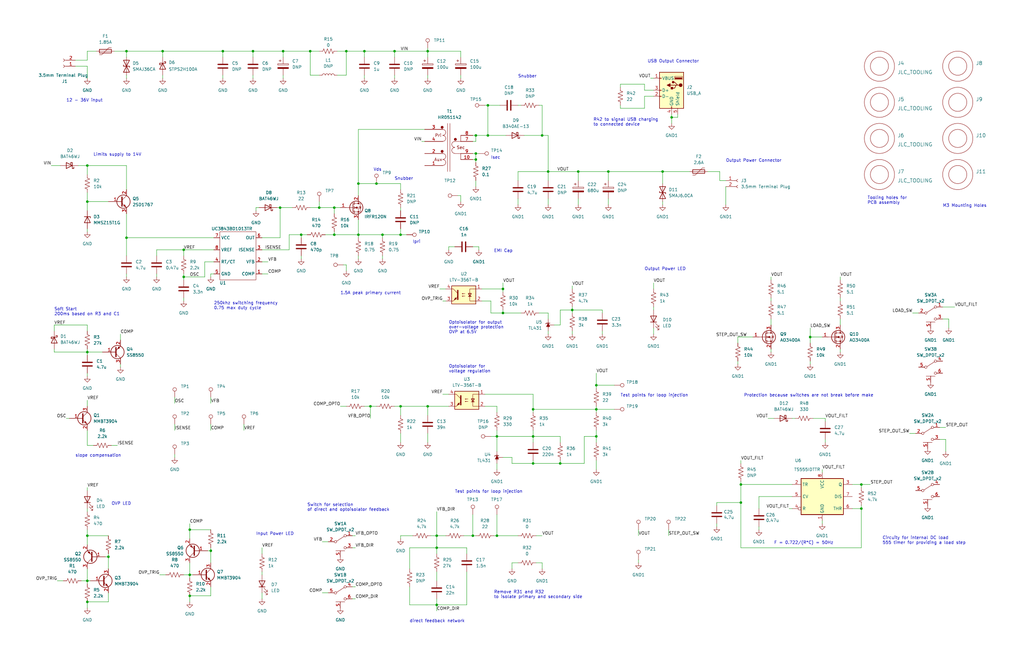
<source format=kicad_sch>
(kicad_sch (version 20211123) (generator eeschema)
  (paper "B")
  (junction (at 180.34 171.45))
  (junction (at 166.37 21.59))
  (junction (at 156.21 171.45))
  (junction (at 36.83 69.85))
  (junction (at 140.97 99.06))
  (junction (at 184.15 226.06))
  (junction (at 256.54 72.39))
  (junction (at 93.98 21.59))
  (junction (at 53.34 21.59))
  (junction (at 36.83 245.11))
  (junction (at 184.15 255.27))
  (junction (at 146.05 21.59))
  (junction (at 77.47 116.84))
  (junction (at 130.81 21.59))
  (junction (at 312.42 204.47))
  (junction (at 341.63 142.24))
  (junction (at 77.47 105.41))
  (junction (at 180.34 21.59))
  (junction (at 80.01 223.52))
  (junction (at 184.15 231.14))
  (junction (at 151.13 99.06))
  (junction (at 251.46 184.15))
  (junction (at 251.46 172.72))
  (junction (at 36.83 85.09))
  (junction (at 153.67 21.59))
  (junction (at 53.34 100.33))
  (junction (at 363.22 204.47))
  (junction (at 212.09 132.08))
  (junction (at 168.91 99.06))
  (junction (at 118.11 87.63))
  (junction (at 134.62 87.63))
  (junction (at 312.42 212.09))
  (junction (at 140.97 87.63))
  (junction (at 200.66 64.77))
  (junction (at 151.13 77.47))
  (junction (at 251.46 162.56))
  (junction (at 200.66 57.15))
  (junction (at 283.21 49.53))
  (junction (at 236.22 195.58))
  (junction (at 212.09 121.92))
  (junction (at 205.74 57.15))
  (junction (at 209.55 226.06))
  (junction (at 231.14 72.39))
  (junction (at 200.66 67.31))
  (junction (at 88.9 232.41))
  (junction (at 106.68 21.59))
  (junction (at 363.22 214.63))
  (junction (at 36.83 148.59))
  (junction (at 224.79 172.72))
  (junction (at 161.29 99.06))
  (junction (at 68.58 21.59))
  (junction (at 241.3 130.81))
  (junction (at 45.72 234.95))
  (junction (at 224.79 195.58))
  (junction (at 127 99.06))
  (junction (at 243.84 72.39))
  (junction (at 199.39 226.06))
  (junction (at 279.4 72.39))
  (junction (at 36.83 226.06))
  (junction (at 168.91 171.45))
  (junction (at 158.75 77.47))
  (junction (at 228.6 57.15))
  (junction (at 205.74 44.45))
  (junction (at 224.79 184.15))
  (junction (at 36.83 254))
  (junction (at 80.01 242.57))
  (junction (at 209.55 184.15))
  (junction (at 119.38 21.59))
  (junction (at 80.01 251.46))
  (wire (pts (xy 189.23 105.41) (xy 189.23 104.14)))
  (wire (pts (xy 396.24 185.42) (xy 398.78 185.42)))
  (wire (pts (xy 73.66 167.64) (xy 73.66 170.18)))
  (wire (pts (xy 144.78 111.76) (xy 146.05 111.76)))
  (wire (pts (xy 199.39 59.69) (xy 200.66 59.69)))
  (wire (pts (xy 199.39 217.17) (xy 199.39 226.06)))
  (wire (pts (xy 66.04 115.57) (xy 66.04 116.84)))
  (wire (pts (xy 80.01 242.57) (xy 81.28 242.57)))
  (wire (pts (xy 88.9 115.57) (xy 88.9 116.84)))
  (wire (pts (xy 87.63 232.41) (xy 88.9 232.41)))
  (wire (pts (xy 168.91 87.63) (xy 168.91 88.9)))
  (wire (pts (xy 36.83 96.52) (xy 36.83 97.79)))
  (wire (pts (xy 36.83 27.94) (xy 36.83 33.02)))
  (wire (pts (xy 251.46 194.31) (xy 251.46 198.12)))
  (wire (pts (xy 241.3 130.81) (xy 241.3 129.54)))
  (wire (pts (xy 204.47 166.37) (xy 224.79 166.37)))
  (wire (pts (xy 205.74 44.45) (xy 210.82 44.45)))
  (wire (pts (xy 261.62 44.45) (xy 261.62 45.72)))
  (wire (pts (xy 146.05 111.76) (xy 146.05 114.3)))
  (wire (pts (xy 201.93 104.14) (xy 201.93 105.41)))
  (wire (pts (xy 161.29 107.95) (xy 161.29 109.22)))
  (wire (pts (xy 66.04 105.41) (xy 77.47 105.41)))
  (wire (pts (xy 303.53 72.39) (xy 303.53 76.2)))
  (wire (pts (xy 22.86 139.7) (xy 22.86 137.16)))
  (wire (pts (xy 398.78 185.42) (xy 398.78 190.5)))
  (wire (pts (xy 88.9 232.41) (xy 88.9 231.14)))
  (wire (pts (xy 148.59 247.65) (xy 149.86 247.65)))
  (wire (pts (xy 207.01 184.15) (xy 209.55 184.15)))
  (wire (pts (xy 184.15 215.9) (xy 184.15 226.06)))
  (wire (pts (xy 90.17 115.57) (xy 88.9 115.57)))
  (wire (pts (xy 48.26 21.59) (xy 53.34 21.59)))
  (wire (pts (xy 269.24 223.52) (xy 269.24 226.06)))
  (wire (pts (xy 231.14 83.82) (xy 231.14 86.36)))
  (wire (pts (xy 134.62 85.09) (xy 134.62 87.63)))
  (wire (pts (xy 279.4 85.09) (xy 279.4 86.36)))
  (wire (pts (xy 200.66 67.31) (xy 200.66 68.58)))
  (wire (pts (xy 166.37 171.45) (xy 168.91 171.45)))
  (wire (pts (xy 384.81 132.08) (xy 387.35 132.08)))
  (wire (pts (xy 199.39 104.14) (xy 201.93 104.14)))
  (wire (pts (xy 218.44 237.49) (xy 215.9 237.49)))
  (wire (pts (xy 231.14 139.7) (xy 231.14 140.97)))
  (wire (pts (xy 172.72 255.27) (xy 184.15 255.27)))
  (wire (pts (xy 184.15 226.06) (xy 184.15 231.14)))
  (wire (pts (xy 118.11 87.63) (xy 123.19 87.63)))
  (wire (pts (xy 347.98 176.53) (xy 347.98 177.8)))
  (wire (pts (xy 36.83 229.87) (xy 36.83 226.06)))
  (wire (pts (xy 180.34 21.59) (xy 194.31 21.59)))
  (wire (pts (xy 323.85 176.53) (xy 326.39 176.53)))
  (wire (pts (xy 50.8 153.67) (xy 50.8 154.94)))
  (wire (pts (xy 80.01 223.52) (xy 88.9 223.52)))
  (wire (pts (xy 180.34 182.88) (xy 180.34 186.69)))
  (wire (pts (xy 334.01 204.47) (xy 312.42 204.47)))
  (wire (pts (xy 142.24 31.75) (xy 146.05 31.75)))
  (wire (pts (xy 168.91 182.88) (xy 168.91 186.69)))
  (wire (pts (xy 283.21 48.26) (xy 283.21 49.53)))
  (wire (pts (xy 236.22 137.16) (xy 236.22 130.81)))
  (wire (pts (xy 363.22 204.47) (xy 367.03 204.47)))
  (wire (pts (xy 36.83 69.85) (xy 53.34 69.85)))
  (wire (pts (xy 86.36 116.84) (xy 86.36 110.49)))
  (wire (pts (xy 231.14 57.15) (xy 231.14 72.39)))
  (wire (pts (xy 168.91 226.06) (xy 173.99 226.06)))
  (wire (pts (xy 86.36 110.49) (xy 90.17 110.49)))
  (wire (pts (xy 194.31 31.75) (xy 194.31 33.02)))
  (wire (pts (xy 119.38 21.59) (xy 130.81 21.59)))
  (wire (pts (xy 196.85 231.14) (xy 184.15 231.14)))
  (wire (pts (xy 68.58 31.75) (xy 68.58 33.02)))
  (wire (pts (xy 27.94 176.53) (xy 29.21 176.53)))
  (wire (pts (xy 93.98 21.59) (xy 106.68 21.59)))
  (wire (pts (xy 36.83 157.48) (xy 36.83 158.75)))
  (wire (pts (xy 261.62 45.72) (xy 271.78 45.72)))
  (wire (pts (xy 151.13 54.61) (xy 179.07 54.61)))
  (wire (pts (xy 236.22 194.31) (xy 236.22 195.58)))
  (wire (pts (xy 168.91 227.33) (xy 168.91 226.06)))
  (wire (pts (xy 80.01 220.98) (xy 80.01 223.52)))
  (wire (pts (xy 209.55 184.15) (xy 224.79 184.15)))
  (wire (pts (xy 196.85 233.68) (xy 196.85 231.14)))
  (wire (pts (xy 311.15 142.24) (xy 317.5 142.24)))
  (wire (pts (xy 251.46 181.61) (xy 251.46 184.15)))
  (wire (pts (xy 184.15 252.73) (xy 184.15 255.27)))
  (wire (pts (xy 285.75 49.53) (xy 283.21 49.53)))
  (wire (pts (xy 226.06 237.49) (xy 228.6 237.49)))
  (wire (pts (xy 256.54 83.82) (xy 256.54 86.36)))
  (wire (pts (xy 243.84 83.82) (xy 243.84 86.36)))
  (wire (pts (xy 208.28 226.06) (xy 209.55 226.06)))
  (wire (pts (xy 302.26 212.09) (xy 312.42 212.09)))
  (wire (pts (xy 140.97 97.79) (xy 140.97 99.06)))
  (wire (pts (xy 36.83 245.11) (xy 36.83 246.38)))
  (wire (pts (xy 140.97 90.17) (xy 140.97 87.63)))
  (wire (pts (xy 110.49 105.41) (xy 121.92 105.41)))
  (wire (pts (xy 209.55 226.06) (xy 218.44 226.06)))
  (wire (pts (xy 224.79 184.15) (xy 236.22 184.15)))
  (wire (pts (xy 283.21 49.53) (xy 283.21 52.07)))
  (wire (pts (xy 146.05 31.75) (xy 146.05 21.59)))
  (wire (pts (xy 269.24 236.22) (xy 269.24 237.49)))
  (wire (pts (xy 224.79 166.37) (xy 224.79 172.72)))
  (wire (pts (xy 33.02 69.85) (xy 36.83 69.85)))
  (wire (pts (xy 354.33 134.62) (xy 354.33 137.16)))
  (wire (pts (xy 311.15 152.4) (xy 311.15 153.67)))
  (wire (pts (xy 80.01 251.46) (xy 88.9 251.46)))
  (wire (pts (xy 166.37 21.59) (xy 166.37 24.13)))
  (wire (pts (xy 172.72 231.14) (xy 184.15 231.14)))
  (wire (pts (xy 151.13 107.95) (xy 151.13 109.22)))
  (wire (pts (xy 312.42 212.09) (xy 312.42 231.14)))
  (wire (pts (xy 275.59 129.54) (xy 275.59 130.81)))
  (wire (pts (xy 400.05 134.62) (xy 400.05 138.43)))
  (wire (pts (xy 80.01 242.57) (xy 80.01 243.84)))
  (wire (pts (xy 251.46 184.15) (xy 251.46 186.69)))
  (wire (pts (xy 341.63 142.24) (xy 346.71 142.24)))
  (wire (pts (xy 199.39 226.06) (xy 200.66 226.06)))
  (wire (pts (xy 151.13 77.47) (xy 158.75 77.47)))
  (wire (pts (xy 36.83 205.74) (xy 36.83 207.01)))
  (wire (pts (xy 88.9 179.07) (xy 88.9 181.61)))
  (wire (pts (xy 224.79 172.72) (xy 224.79 173.99)))
  (wire (pts (xy 224.79 172.72) (xy 251.46 172.72)))
  (wire (pts (xy 207.01 132.08) (xy 212.09 132.08)))
  (wire (pts (xy 397.51 129.54) (xy 402.59 129.54)))
  (wire (pts (xy 127 100.33) (xy 127 99.06)))
  (wire (pts (xy 53.34 115.57) (xy 53.34 116.84)))
  (wire (pts (xy 151.13 99.06) (xy 151.13 100.33)))
  (wire (pts (xy 325.12 116.84) (xy 325.12 118.11)))
  (wire (pts (xy 241.3 120.65) (xy 241.3 121.92)))
  (wire (pts (xy 53.34 107.95) (xy 53.34 100.33)))
  (wire (pts (xy 231.14 132.08) (xy 231.14 134.62)))
  (wire (pts (xy 342.9 176.53) (xy 347.98 176.53)))
  (wire (pts (xy 396.24 180.34) (xy 398.78 180.34)))
  (wire (pts (xy 194.31 82.55) (xy 194.31 85.09)))
  (wire (pts (xy 77.47 115.57) (xy 77.47 116.84)))
  (wire (pts (xy 119.38 31.75) (xy 119.38 33.02)))
  (wire (pts (xy 186.69 166.37) (xy 189.23 166.37)))
  (wire (pts (xy 215.9 195.58) (xy 215.9 193.04)))
  (wire (pts (xy 53.34 21.59) (xy 68.58 21.59)))
  (wire (pts (xy 236.22 184.15) (xy 236.22 186.69)))
  (wire (pts (xy 243.84 72.39) (xy 243.84 76.2)))
  (wire (pts (xy 189.23 104.14) (xy 191.77 104.14)))
  (wire (pts (xy 347.98 185.42) (xy 347.98 186.69)))
  (wire (pts (xy 302.26 220.98) (xy 302.26 222.25)))
  (wire (pts (xy 346.71 219.71) (xy 346.71 220.98)))
  (wire (pts (xy 212.09 121.92) (xy 212.09 123.19)))
  (wire (pts (xy 156.21 176.53) (xy 156.21 171.45)))
  (wire (pts (xy 184.15 255.27) (xy 184.15 257.81)))
  (wire (pts (xy 281.94 223.52) (xy 281.94 226.06)))
  (wire (pts (xy 116.84 87.63) (xy 118.11 87.63)))
  (wire (pts (xy 107.95 88.9) (xy 107.95 87.63)))
  (wire (pts (xy 177.8 59.69) (xy 179.07 59.69)))
  (wire (pts (xy 224.79 195.58) (xy 236.22 195.58)))
  (wire (pts (xy 36.83 148.59) (xy 36.83 149.86)))
  (wire (pts (xy 46.99 187.96) (xy 49.53 187.96)))
  (wire (pts (xy 36.83 69.85) (xy 36.83 73.66)))
  (wire (pts (xy 53.34 100.33) (xy 90.17 100.33)))
  (wire (pts (xy 218.44 44.45) (xy 219.71 44.45)))
  (wire (pts (xy 148.59 231.14) (xy 149.86 231.14)))
  (wire (pts (xy 325.12 147.32) (xy 325.12 148.59)))
  (wire (pts (xy 146.05 21.59) (xy 153.67 21.59)))
  (wire (pts (xy 151.13 54.61) (xy 151.13 77.47)))
  (wire (pts (xy 140.97 87.63) (xy 143.51 87.63)))
  (wire (pts (xy 312.42 203.2) (xy 312.42 204.47)))
  (wire (pts (xy 215.9 193.04) (xy 212.09 193.04)))
  (wire (pts (xy 397.51 134.62) (xy 400.05 134.62)))
  (wire (pts (xy 325.12 125.73) (xy 325.12 127)))
  (wire (pts (xy 168.91 99.06) (xy 161.29 99.06)))
  (wire (pts (xy 153.67 171.45) (xy 156.21 171.45)))
  (wire (pts (xy 172.72 240.03) (xy 172.72 231.14)))
  (wire (pts (xy 110.49 100.33) (xy 118.11 100.33)))
  (wire (pts (xy 180.34 21.59) (xy 180.34 24.13)))
  (wire (pts (xy 130.81 87.63) (xy 134.62 87.63)))
  (wire (pts (xy 271.78 45.72) (xy 271.78 40.64)))
  (wire (pts (xy 224.79 184.15) (xy 224.79 186.69)))
  (wire (pts (xy 36.83 85.09) (xy 36.83 88.9)))
  (wire (pts (xy 251.46 172.72) (xy 259.08 172.72)))
  (wire (pts (xy 110.49 231.14) (xy 110.49 233.68)))
  (wire (pts (xy 172.72 247.65) (xy 172.72 255.27)))
  (wire (pts (xy 383.54 182.88) (xy 386.08 182.88)))
  (wire (pts (xy 45.72 254) (xy 45.72 250.19)))
  (wire (pts (xy 77.47 116.84) (xy 77.47 118.11)))
  (wire (pts (xy 302.26 213.36) (xy 302.26 212.09)))
  (wire (pts (xy 73.66 191.77) (xy 73.66 193.04)))
  (wire (pts (xy 195.58 226.06) (xy 199.39 226.06)))
  (wire (pts (xy 36.83 181.61) (xy 36.83 187.96)))
  (wire (pts (xy 312.42 204.47) (xy 312.42 212.09)))
  (wire (pts (xy 363.22 204.47) (xy 363.22 205.74)))
  (wire (pts (xy 53.34 90.17) (xy 53.34 100.33)))
  (wire (pts (xy 200.66 59.69) (xy 200.66 57.15)))
  (wire (pts (xy 151.13 82.55) (xy 151.13 77.47)))
  (wire (pts (xy 354.33 116.84) (xy 354.33 118.11)))
  (wire (pts (xy 77.47 105.41) (xy 90.17 105.41)))
  (wire (pts (xy 209.55 184.15) (xy 209.55 190.5)))
  (wire (pts (xy 228.6 57.15) (xy 231.14 57.15)))
  (wire (pts (xy 127 99.06) (xy 129.54 99.06)))
  (wire (pts (xy 53.34 31.75) (xy 53.34 33.02)))
  (wire (pts (xy 241.3 130.81) (xy 241.3 132.08)))
  (wire (pts (xy 180.34 20.32) (xy 180.34 21.59)))
  (wire (pts (xy 209.55 181.61) (xy 209.55 184.15)))
  (wire (pts (xy 320.04 209.55) (xy 334.01 209.55)))
  (wire (pts (xy 140.97 99.06) (xy 151.13 99.06)))
  (wire (pts (xy 251.46 171.45) (xy 251.46 172.72)))
  (wire (pts (xy 161.29 99.06) (xy 161.29 100.33)))
  (wire (pts (xy 53.34 69.85) (xy 53.34 80.01)))
  (wire (pts (xy 45.72 234.95) (xy 45.72 240.03)))
  (wire (pts (xy 156.21 171.45) (xy 158.75 171.45)))
  (wire (pts (xy 256.54 72.39) (xy 256.54 76.2)))
  (wire (pts (xy 34.29 245.11) (xy 36.83 245.11)))
  (wire (pts (xy 148.59 252.73) (xy 149.86 252.73)))
  (wire (pts (xy 196.85 255.27) (xy 196.85 241.3)))
  (wire (pts (xy 354.33 125.73) (xy 354.33 127)))
  (wire (pts (xy 36.83 21.59) (xy 40.64 21.59)))
  (wire (pts (xy 275.59 138.43) (xy 275.59 140.97)))
  (wire (pts (xy 24.13 245.11) (xy 26.67 245.11)))
  (wire (pts (xy 228.6 44.45) (xy 227.33 44.45)))
  (wire (pts (xy 224.79 181.61) (xy 224.79 184.15)))
  (wire (pts (xy 135.89 250.19) (xy 138.43 250.19)))
  (wire (pts (xy 127 107.95) (xy 127 109.22)))
  (wire (pts (xy 67.31 242.57) (xy 69.85 242.57)))
  (wire (pts (xy 36.83 137.16) (xy 36.83 139.7)))
  (wire (pts (xy 251.46 157.48) (xy 251.46 162.56)))
  (wire (pts (xy 334.01 176.53) (xy 335.28 176.53)))
  (wire (pts (xy 341.63 138.43) (xy 341.63 142.24)))
  (wire (pts (xy 236.22 130.81) (xy 241.3 130.81)))
  (wire (pts (xy 231.14 72.39) (xy 243.84 72.39)))
  (wire (pts (xy 200.66 67.31) (xy 199.39 67.31)))
  (wire (pts (xy 36.83 245.11) (xy 38.1 245.11)))
  (wire (pts (xy 166.37 31.75) (xy 166.37 33.02)))
  (wire (pts (xy 275.59 38.1) (xy 271.78 38.1)))
  (wire (pts (xy 203.2 127) (xy 207.01 127)))
  (wire (pts (xy 226.06 226.06) (xy 228.6 226.06)))
  (wire (pts (xy 320.04 223.52) (xy 320.04 222.25)))
  (wire (pts (xy 134.62 31.75) (xy 130.81 31.75)))
  (wire (pts (xy 110.49 115.57) (xy 113.03 115.57)))
  (wire (pts (xy 106.68 21.59) (xy 119.38 21.59)))
  (wire (pts (xy 212.09 119.38) (xy 212.09 121.92)))
  (wire (pts (xy 151.13 92.71) (xy 151.13 99.06)))
  (wire (pts (xy 153.67 21.59) (xy 166.37 21.59)))
  (wire (pts (xy 168.91 171.45) (xy 180.34 171.45)))
  (wire (pts (xy 137.16 99.06) (xy 140.97 99.06)))
  (wire (pts (xy 285.75 48.26) (xy 285.75 49.53)))
  (wire (pts (xy 200.66 76.2) (xy 200.66 78.74)))
  (wire (pts (xy 279.4 72.39) (xy 290.83 72.39)))
  (wire (pts (xy 110.49 110.49) (xy 113.03 110.49)))
  (wire (pts (xy 36.83 85.09) (xy 45.72 85.09)))
  (wire (pts (xy 148.59 226.06) (xy 149.86 226.06)))
  (wire (pts (xy 306.07 78.74) (xy 306.07 86.36)))
  (wire (pts (xy 107.95 87.63) (xy 109.22 87.63)))
  (wire (pts (xy 205.74 57.15) (xy 213.36 57.15)))
  (wire (pts (xy 212.09 130.81) (xy 212.09 132.08)))
  (wire (pts (xy 298.45 72.39) (xy 303.53 72.39)))
  (wire (pts (xy 110.49 250.19) (xy 110.49 252.73)))
  (wire (pts (xy 204.47 171.45) (xy 209.55 171.45)))
  (wire (pts (xy 303.53 76.2) (xy 306.07 76.2)))
  (wire (pts (xy 354.33 147.32) (xy 354.33 148.59)))
  (wire (pts (xy 341.63 144.78) (xy 341.63 142.24)))
  (wire (pts (xy 22.86 148.59) (xy 36.83 148.59)))
  (wire (pts (xy 205.74 57.15) (xy 200.66 57.15)))
  (wire (pts (xy 130.81 21.59) (xy 134.62 21.59)))
  (wire (pts (xy 199.39 57.15) (xy 200.66 57.15)))
  (wire (pts (xy 207.01 127) (xy 207.01 132.08)))
  (wire (pts (xy 363.22 231.14) (xy 363.22 214.63)))
  (wire (pts (xy 77.47 107.95) (xy 77.47 105.41)))
  (wire (pts (xy 236.22 195.58) (xy 246.38 195.58)))
  (wire (pts (xy 142.24 21.59) (xy 146.05 21.59)))
  (wire (pts (xy 332.74 214.63) (xy 334.01 214.63)))
  (wire (pts (xy 88.9 167.64) (xy 88.9 170.18)))
  (wire (pts (xy 341.63 152.4) (xy 341.63 153.67)))
  (wire (pts (xy 189.23 171.45) (xy 180.34 171.45)))
  (wire (pts (xy 36.83 25.4) (xy 36.83 21.59)))
  (wire (pts (xy 168.91 96.52) (xy 168.91 99.06)))
  (wire (pts (xy 77.47 125.73) (xy 77.47 127)))
  (wire (pts (xy 88.9 251.46) (xy 88.9 247.65)))
  (wire (pts (xy 22.86 137.16) (xy 36.83 137.16)))
  (wire (pts (xy 251.46 162.56) (xy 251.46 163.83)))
  (wire (pts (xy 241.3 130.81) (xy 254 130.81)))
  (wire (pts (xy 275.59 119.38) (xy 275.59 121.92)))
  (wire (pts (xy 36.83 240.03) (xy 36.83 245.11)))
  (wire (pts (xy 180.34 31.75) (xy 180.34 33.02)))
  (wire (pts (xy 359.41 204.47) (xy 363.22 204.47)))
  (wire (pts (xy 271.78 40.64) (xy 275.59 40.64)))
  (wire (pts (xy 231.14 72.39) (xy 231.14 76.2)))
  (wire (pts (xy 168.91 99.06) (xy 171.45 99.06)))
  (wire (pts (xy 80.01 237.49) (xy 80.01 242.57)))
  (wire (pts (xy 200.66 64.77) (xy 201.93 64.77)))
  (wire (pts (xy 68.58 21.59) (xy 93.98 21.59)))
  (wire (pts (xy 218.44 72.39) (xy 218.44 76.2)))
  (wire (pts (xy 36.83 148.59) (xy 43.18 148.59)))
  (wire (pts (xy 102.87 179.07) (xy 102.87 181.61)))
  (wire (pts (xy 241.3 139.7) (xy 241.3 140.97)))
  (wire (pts (xy 184.15 231.14) (xy 184.15 233.68)))
  (wire (pts (xy 312.42 194.31) (xy 312.42 195.58)))
  (wire (pts (xy 36.83 187.96) (xy 39.37 187.96)))
  (wire (pts (xy 53.34 21.59) (xy 53.34 24.13)))
  (wire (pts (xy 168.91 171.45) (xy 168.91 175.26)))
  (wire (pts (xy 228.6 237.49) (xy 228.6 240.03)))
  (wire (pts (xy 184.15 241.3) (xy 184.15 245.11)))
  (wire (pts (xy 184.15 226.06) (xy 187.96 226.06)))
  (wire (pts (xy 93.98 21.59) (xy 93.98 24.13)))
  (wire (pts (xy 158.75 77.47) (xy 168.91 77.47)))
  (wire (pts (xy 199.39 64.77) (xy 200.66 64.77)))
  (wire (pts (xy 254 139.7) (xy 254 140.97)))
  (wire (pts (xy 106.68 21.59) (xy 106.68 24.13)))
  (wire (pts (xy 36.83 214.63) (xy 36.83 215.9)))
  (wire (pts (xy 346.71 198.12) (xy 346.71 199.39)))
  (wire (pts (xy 279.4 72.39) (xy 279.4 77.47)))
  (wire (pts (xy 36.83 223.52) (xy 36.83 226.06)))
  (wire (pts (xy 205.74 44.45) (xy 205.74 57.15)))
  (wire (pts (xy 233.68 137.16) (xy 236.22 137.16)))
  (wire (pts (xy 212.09 132.08) (xy 219.71 132.08)))
  (wire (pts (xy 218.44 83.82) (xy 218.44 86.36)))
  (wire (pts (xy 271.78 35.56) (xy 261.62 35.56)))
  (wire (pts (xy 224.79 195.58) (xy 224.79 194.31)))
  (wire (pts (xy 312.42 231.14) (xy 363.22 231.14)))
  (wire (pts (xy 21.59 69.85) (xy 25.4 69.85)))
  (wire (pts (xy 193.04 82.55) (xy 194.31 82.55)))
  (wire (pts (xy 209.55 217.17) (xy 209.55 226.06)))
  (wire (pts (xy 68.58 21.59) (xy 68.58 24.13)))
  (wire (pts (xy 185.42 121.92) (xy 187.96 121.92)))
  (wire (pts (xy 119.38 21.59) (xy 119.38 24.13)))
  (wire (pts (xy 274.32 33.02) (xy 275.59 33.02)))
  (wire (pts (xy 36.83 254) (xy 45.72 254)))
  (wire (pts (xy 110.49 241.3) (xy 110.49 242.57)))
  (wire (pts (xy 325.12 134.62) (xy 325.12 137.16)))
  (wire (pts (xy 134.62 87.63) (xy 140.97 87.63)))
  (wire (pts (xy 80.01 251.46) (xy 80.01 254)))
  (wire (pts (xy 203.2 121.92) (xy 212.09 121.92)))
  (wire (pts (xy 243.84 72.39) (xy 256.54 72.39)))
  (wire (pts (xy 320.04 214.63) (xy 320.04 209.55)))
  (wire (pts (xy 73.66 179.07) (xy 73.66 181.61)))
  (wire (pts (xy 88.9 232.41) (xy 88.9 237.49)))
  (wire (pts (xy 271.78 38.1) (xy 271.78 35.56)))
  (wire (pts (xy 181.61 226.06) (xy 184.15 226.06)))
  (wire (pts (xy 168.91 77.47) (xy 168.91 80.01)))
  (wire (pts (xy 166.37 21.59) (xy 180.34 21.59)))
  (wire (pts (xy 121.92 105.41) (xy 121.92 99.06)))
  (wire (pts (xy 36.83 147.32) (xy 36.83 148.59)))
  (wire (pts (xy 130.81 31.75) (xy 130.81 21.59)))
  (wire (pts (xy 251.46 184.15) (xy 246.38 184.15)))
  (wire (pts (xy 143.51 171.45) (xy 146.05 171.45)))
  (wire (pts (xy 227.33 132.08) (xy 231.14 132.08)))
  (wire (pts (xy 180.34 171.45) (xy 180.34 175.26)))
  (wire (pts (xy 218.44 72.39) (xy 231.14 72.39)))
  (wire (pts (xy 254 130.81) (xy 254 132.08)))
  (wire (pts (xy 215.9 237.49) (xy 215.9 240.03)))
  (wire (pts (xy 209.55 195.58) (xy 209.55 198.12)))
  (wire (pts (xy 200.66 64.77) (xy 200.66 67.31)))
  (wire (pts (xy 209.55 171.45) (xy 209.55 173.99)))
  (wire (pts (xy 251.46 172.72) (xy 251.46 173.99)))
  (wire (pts (xy 118.11 87.63) (xy 118.11 100.33)))
  (wire (pts (xy 77.47 116.84) (xy 86.36 116.84)))
  (wire (pts (xy 228.6 57.15) (xy 228.6 44.45)))
  (wire (pts (xy 220.98 57.15) (xy 228.6 57.15)))
  (wire (pts (xy 151.13 99.06) (xy 161.29 99.06)))
  (wire (pts (xy 204.47 44.45) (xy 205.74 44.45)))
  (wire (pts (xy 80.01 227.33) (xy 80.01 223.52)))
  (wire (pts (xy 93.98 31.75) (xy 93.98 33.02)))
  (wire (pts (xy 66.04 105.41) (xy 66.04 107.95)))
  (wire (pts (xy 50.8 140.97) (xy 50.8 143.51)))
  (wire (pts (xy 106.68 31.75) (xy 106.68 33.02)))
  (wire (pts (xy 261.62 35.56) (xy 261.62 36.83)))
  (wire (pts (xy 77.47 242.57) (xy 80.01 242.57)))
  (wire (pts (xy 363.22 214.63) (xy 359.41 214.63)))
  (wire (pts (xy 135.89 228.6) (xy 138.43 228.6)))
  (wire (pts (xy 363.22 213.36) (xy 363.22 214.63)))
  (wire (pts (xy 121.92 99.06) (xy 127 99.06)))
  (wire (pts (xy 36.83 254) (xy 36.83 256.54)))
  (wire (pts (xy 246.38 184.15) (xy 246.38 195.58)))
  (wire (pts (xy 184.15 255.27) (xy 196.85 255.27)))
  (wire (pts (xy 256.54 72.39) (xy 279.4 72.39)))
  (wire (pts (xy 194.31 21.59) (xy 194.31 24.13)))
  (wire (pts (xy 224.79 195.58) (xy 215.9 195.58)))
  (wire (pts (xy 251.46 162.56) (xy 259.08 162.56)))
  (wire (pts (xy 36.83 226.06) (xy 45.72 226.06)))
  (wire (pts (xy 186.69 127) (xy 187.96 127)))
  (wire (pts (xy 44.45 234.95) (xy 45.72 234.95)))
  (wire (pts (xy 31.75 27.94) (xy 36.83 27.94)))
  (wire (pts (xy 311.15 144.78) (xy 311.15 142.24)))
  (wire (pts (xy 45.72 234.95) (xy 45.72 233.68)))
  (wire (pts (xy 36.83 81.28) (xy 36.83 85.09)))
  (wire (pts (xy 36.83 168.91) (xy 36.83 171.45)))
  (wire (pts (xy 31.75 25.4) (xy 36.83 25.4)))
  (wire (pts (xy 153.67 31.75) (xy 153.67 33.02)))
  (wire (pts (xy 22.86 148.59) (xy 22.86 147.32)))
  (wire (pts (xy 153.67 21.59) (xy 153.67 24.13)))
  (text "Limits supply to 14V" (at 39.37 66.04 0) (effects (font (size 1.27 1.27)) (justify left bottom)))
  (text "M3 Mounting Holes" (at 397.51 87.63 0) (effects (font (size 1.27 1.27)) (justify left bottom)))
  (text "Snubber" (at 218.44 33.02 0) (effects (font (size 1.27 1.27)) (justify left bottom)))
  (text "F = 0.722/(R*C) = 50Hz" (at 326.39 229.87 0) (effects (font (size 1.27 1.27)) (justify left bottom)))
  (text "250khz switching frequency \n0.75 max duty cycle" (at 90.17 130.81 0) (effects (font (size 1.27 1.27)) (justify left bottom)))
  (text "slope compensation" (at 31.75 193.04 0) (effects (font (size 1.27 1.27)) (justify left bottom)))
  (text "Ipri" (at 173.99 102.87 0) (effects (font (size 1.27 1.27)) (justify left bottom)))
  (text "EMI Cap" (at 208.28 106.68 0) (effects (font (size 1.27 1.27)) (justify left bottom)))
  (text "Isec" (at 207.01 67.31 0) (effects (font (size 1.27 1.27)) (justify left bottom)))
  (text "Test points for loop injection" (at 261.62 167.64 0) (effects (font (size 1.27 1.27)) (justify left bottom)))
  (text "R42 to signal USB charging \nto connected device" (at 250.19 53.34 0) (effects (font (size 1.27 1.27)) (justify left bottom)))
  (text "direct feedback network" (at 172.72 262.89 0) (effects (font (size 1.27 1.27)) (justify left bottom)))
  (text "Protection because switches are not break before make" (at 313.69 167.64 0) (effects (font (size 1.27 1.27)) (justify left bottom)))
  (text "Circuity for internal DC load\n555 timer for providing a load step" (at 372.11 229.87 0) (effects (font (size 1.27 1.27)) (justify left bottom)))
  (text "Output Power LED" (at 271.78 114.3 0) (effects (font (size 1.27 1.27)) (justify left bottom)))
  (text "Input Power LED" (at 107.95 226.06 0) (effects (font (size 1.27 1.27)) (justify left bottom)))
  (text "Tooling holes for \nPCB assembly" (at 365.76 86.36 0) (effects (font (size 1.27 1.27)) (justify left bottom)))
  (text "1.5A peak primary current" (at 143.51 124.46 0) (effects (font (size 1.27 1.27)) (justify left bottom)))
  (text "Test points for loop injection" (at 191.77 208.28 0) (effects (font (size 1.27 1.27)) (justify left bottom)))
  (text "Switch for selection \nof direct and optoisolator feedback" (at 129.54 215.9 0) (effects (font (size 1.27 1.27)) (justify left bottom)))
  (text "Output Power Connector" (at 306.07 68.58 0) (effects (font (size 1.27 1.27)) (justify left bottom)))
  (text "Vds" (at 157.48 72.39 0) (effects (font (size 1.27 1.27)) (justify left bottom)))
  (text "Snubber" (at 166.37 76.2 0) (effects (font (size 1.27 1.27)) (justify left bottom)))
  (text "Remove R31 and R32\nto isolate primary and secondary side" (at 208.28 252.73 0) (effects (font (size 1.27 1.27)) (justify left bottom)))
  (text "Soft Start\n200ms based on R3 and C1" (at 22.86 133.35 0) (effects (font (size 1.27 1.27)) (justify left bottom)))
  (text "OVP LED" (at 46.99 213.36 0) (effects (font (size 1.27 1.27)) (justify left bottom)))
  (text "12 - 36V input" (at 27.94 43.18 0) (effects (font (size 1.27 1.27)) (justify left bottom)))
  (text "Optoisolator for\nvoltage regulation" (at 189.23 157.48 0) (effects (font (size 1.27 1.27)) (justify left bottom)))
  (text "Optoisolator for output \nover-voltage protection\nOVP at 6.5V" (at 189.23 140.97 0) (effects (font (size 1.27 1.27)) (justify left bottom)))
  (text "USB Output Connector" (at 273.05 26.67 0) (effects (font (size 1.27 1.27)) (justify left bottom)))
  (label "VOUT" (at 228.6 226.06 0))
  (label "VREF" (at 185.42 121.92 180))
  (label "VIN" (at 177.8 59.69 180))
  (label "OVP_TRIG" (at 24.13 245.11 180))
  (label "VOUT_FILT" (at 347.98 176.53 0))
  (label "VOUT" (at 354.33 116.84 0))
  (label "VOUT" (at 323.85 176.53 180))
  (label "OVP_TRIG" (at 186.69 127 180))
  (label "VOUT" (at 274.32 33.02 180))
  (label "COMP_DIR" (at 149.86 252.73 0))
  (label "VOUT_FILT" (at 332.74 214.63 180))
  (label "COMP" (at 88.9 181.61 0))
  (label "VREF" (at 36.83 205.74 0))
  (label "ISENSE" (at 111.76 105.41 0))
  (label "STEP_OUT" (at 367.03 204.47 0))
  (label "COMP" (at 135.89 250.19 180))
  (label "VOUT" (at 325.12 116.84 0))
  (label "STEP_OUT_SW" (at 281.94 226.06 0))
  (label "VFB_DIR" (at 184.15 215.9 0))
  (label "OSC" (at 73.66 170.18 0))
  (label "VOUT_FILT" (at 346.71 198.12 0))
  (label "STEP_OUT_SW" (at 383.54 182.88 180))
  (label "VOUT" (at 251.46 157.48 0))
  (label "ISENSE" (at 49.53 187.96 0))
  (label "VREF" (at 186.69 166.37 180))
  (label "VREF" (at 36.83 168.91 0))
  (label "VOUT_FILT" (at 312.42 194.31 0))
  (label "VOUT_FILT" (at 402.59 129.54 0))
  (label "VFB" (at 135.89 228.6 180))
  (label "VFB_DIR" (at 149.86 231.14 0))
  (label "OSC" (at 27.94 176.53 180))
  (label "VIN" (at 168.91 21.59 0))
  (label "VOUT" (at 241.3 120.65 0))
  (label "VFB_OPTO" (at 149.86 226.06 0))
  (label "VFB" (at 113.03 110.49 0))
  (label "COMP" (at 50.8 140.97 0))
  (label "COMP_OPTO" (at 149.86 247.65 0))
  (label "VFB" (at 88.9 170.18 0))
  (label "VREF" (at 22.86 137.16 0))
  (label "VOUT" (at 234.95 72.39 0))
  (label "VFB_OPTO" (at 156.21 176.53 180))
  (label "VIN" (at 21.59 69.85 180))
  (label "VOUT" (at 269.24 226.06 0))
  (label "ISENSE" (at 73.66 181.61 0))
  (label "COMP_OPTO" (at 143.51 171.45 180))
  (label "STEP_OUT" (at 398.78 180.34 0))
  (label "COMP" (at 80.01 220.98 0))
  (label "VREF" (at 102.87 181.61 0))
  (label "OSC" (at 80.01 116.84 0))
  (label "STEP_OUT_SW" (at 314.96 142.24 180))
  (label "LOAD_SW" (at 384.81 132.08 180))
  (label "COMP_DIR" (at 184.15 257.81 0))
  (label "VREF" (at 77.47 105.41 0))
  (label "COMP" (at 113.03 115.57 0))
  (label "VOUT" (at 212.09 119.38 0))
  (label "VOUT" (at 275.59 119.38 0))
  (label "LOAD_SW" (at 341.63 138.43 0))
  (label "VREF" (at 110.49 231.14 0))
  (label "OVP_TRIG" (at 67.31 242.57 180))
  (symbol (lib_id "Device:R_US") (at 223.52 132.08 270) (unit 1)
    (property "Reference" "R34" (at 223.52 125.73 90))
    (property "Value" "1k" (at 223.52 128.27 90))
    (property "Footprint" "Resistor_SMD:R_0603_1608Metric_Pad0.98x0.95mm_HandSolder" (effects hide))
    (property "JLC_MPN" "C21190" (effects hide))
    (property "MPN" "0603WAF1001T5E" (effects hide))
  )
  (symbol (lib_id "Connector:TestPoint") (at 269.24 236.22 0) (unit 1)
    (property "Reference" "TP21" (at 271.78 231.6479 0) (effects (justify left)))
    (property "Value" "5011" (effects hide))
    (property "Footprint" "wbraun_smd:THM_COMPACT" (effects hide))
    (property "MPN" "5011" (effects hide))
    (property "JLC_MPN" "C238127" (effects hide))
  )
  (symbol (lib_id "Device:R_US") (at 138.43 21.59 90) (unit 1)
    (property "Reference" "R15" (at 138.43 16.51 90))
    (property "Value" "0" (at 138.43 19.05 90))
    (property "Footprint" "Resistor_SMD:R_1206_3216Metric_Pad1.30x1.75mm_HandSolder" (effects hide))
    (property "JLC_MPN" "C17888" (effects hide))
    (property "MPN" "1206W4F0000T5E" (effects hide))
  )
  (symbol (lib_id "power:GND1") (at 311.15 153.67 0) (unit 1)
    (property "Reference" "#PWR053" (effects hide))
    (property "Value" "GND1" (at 311.15 158.75 0))
  )
  (symbol (lib_id "Device:R_US") (at 36.83 250.19 0) (unit 1)
    (property "Reference" "R5" (at 39.37 248.9199 0) (effects (justify left)))
    (property "Value" "2.2k" (at 39.37 251.4599 0) (effects (justify left)))
    (property "Footprint" "Resistor_SMD:R_0603_1608Metric_Pad0.98x0.95mm_HandSolder" (effects hide))
    (property "JLC_MPN" "C4190" (effects hide))
    (property "MPN" "0603WAF2201T5E" (effects hide))
  )
  (symbol (lib_id "Device:R_US") (at 251.46 177.8 0) (unit 1)
    (property "Reference" "R40" (at 254 176.5299 0) (effects (justify left)))
    (property "Value" "3k" (at 254 179.0699 0) (effects (justify left)))
    (property "Footprint" "Resistor_SMD:R_0603_1608Metric_Pad0.98x0.95mm_HandSolder" (effects hide))
    (property "JLC_MPN" "C4211" (effects hide))
    (property "MPN" "0603WAF3001T5E" (effects hide))
  )
  (symbol (lib_id "Connector:TestPoint") (at 201.93 64.77 270) (unit 1)
    (property "Reference" "TP14" (at 207.01 63.4999 90) (effects (justify left)))
    (property "Value" "DNP" (effects hide))
    (property "Footprint" "wbraun_smd:THM_MINI" (effects hide))
  )
  (symbol (lib_id "Connector:TestPoint") (at 207.01 184.15 90) (unit 1)
    (property "Reference" "TP16" (at 203.708 177.8 90))
    (property "Value" "DNP" (at 203.708 180.34 90))
    (property "Footprint" "wbraun_smd:THM_MINI" (effects hide))
  )
  (symbol (lib_id "power:GND") (at 127 109.22 0) (unit 1)
    (property "Reference" "#PWR019" (effects hide))
    (property "Value" "GND" (at 127 114.3 0))
  )
  (symbol (lib_id "power:GND1") (at 283.21 52.07 0) (unit 1)
    (property "Reference" "#PWR050" (effects hide))
    (property "Value" "GND1" (at 283.21 57.15 0))
  )
  (symbol (lib_id "Device:Q_NMOS_GSD") (at 351.79 142.24 0) (unit 1)
    (property "Reference" "Q10" (at 358.14 140.9699 0) (effects (justify left)))
    (property "Value" "AO3400A" (at 358.14 143.5099 0) (effects (justify left)))
    (property "Footprint" "wbraun_smd:SOT-23" (effects hide))
    (property "MPN" "AO3400A" (effects hide))
    (property "JLC_MPN" "C20917" (effects hide))
  )
  (symbol (lib_id "Device:C") (at 127 104.14 0) (unit 1)
    (property "Reference" "C8" (at 130.81 102.8699 0) (effects (justify left)))
    (property "Value" "470p" (at 130.81 105.4099 0) (effects (justify left)))
    (property "Footprint" "Capacitor_SMD:C_0603_1608Metric_Pad1.08x0.95mm_HandSolder" (effects hide))
    (property "JLC_MPN" "C1620" (effects hide))
    (property "MPN" "0603B471K500NT" (effects hide))
  )
  (symbol (lib_id "Device:R_US") (at 241.3 135.89 180) (unit 1)
    (property "Reference" "R38" (at 243.84 134.6199 0) (effects (justify right)))
    (property "Value" "3k" (at 243.84 137.1599 0) (effects (justify right)))
    (property "Footprint" "Resistor_SMD:R_0603_1608Metric_Pad0.98x0.95mm_HandSolder" (effects hide))
    (property "JLC_MPN" "C4211" (effects hide))
    (property "MPN" "0603WAF3001T5E" (effects hide))
  )
  (symbol (lib_id "Device:D_Schottky") (at 22.86 143.51 270) (unit 1)
    (property "Reference" "D1" (at 25.4 141.9224 90) (effects (justify left)))
    (property "Value" "BAT46WJ" (at 25.4 144.4624 90) (effects (justify left)))
    (property "Footprint" "Diode_SMD:D_SOD-323" (effects hide))
    (property "MPN" "BAT46WJ,115" (effects hide))
    (property "JLC_MPN" "C114696" (effects hide))
  )
  (symbol (lib_id "Device:Q_NPN_BCE") (at 50.8 85.09 0) (unit 1)
    (property "Reference" "Q5" (at 55.88 83.8199 0) (effects (justify left)))
    (property "Value" "2SD1767" (at 55.88 86.3599 0) (effects (justify left)))
    (property "Footprint" "Package_TO_SOT_SMD:SOT-89-3" (effects hide))
    (property "JLC_MPN" "C24250" (effects hide))
    (property "MPN" "2SD1767T100Q" (effects hide))
  )
  (symbol (lib_id "Device:D_Schottky") (at 29.21 69.85 180) (unit 1)
    (property "Reference" "D2" (at 29.5275 63.5 0))
    (property "Value" "BAT46WJ" (at 29.5275 66.04 0))
    (property "Footprint" "Diode_SMD:D_SOD-323" (effects hide))
    (property "MPN" "BAT46WJ,115" (effects hide))
    (property "JLC_MPN" "C114696" (effects hide))
  )
  (symbol (lib_id "power:GND") (at 168.91 227.33 0) (unit 1)
    (property "Reference" "#PWR028" (effects hide))
    (property "Value" "GND" (at 168.91 232.41 0))
  )
  (symbol (lib_id "Device:Q_PNP_BEC") (at 48.26 148.59 0) (mirror x) (unit 1)
    (property "Reference" "Q4" (at 53.34 147.3199 0) (effects (justify left)))
    (property "Value" "SS8550" (at 53.34 149.8599 0) (effects (justify left)))
    (property "Footprint" "wbraun_smd:SOT-23" (effects hide))
    (property "JLC_MPN" "C8542" (effects hide))
    (property "MPN" "SS8550" (effects hide))
  )
  (symbol (lib_id "Device:R_US") (at 36.83 219.71 0) (unit 1)
    (property "Reference" "R4" (at 39.37 218.4399 0) (effects (justify left)))
    (property "Value" "470" (at 39.37 220.9799 0) (effects (justify left)))
    (property "Footprint" "Resistor_SMD:R_0603_1608Metric_Pad0.98x0.95mm_HandSolder" (effects hide))
    (property "JLC_MPN" "C23179" (effects hide))
    (property "MPN" "0603WAF4700T5E" (effects hide))
  )
  (symbol (lib_id "power:GND1") (at 231.14 86.36 0) (unit 1)
    (property "Reference" "#PWR040" (effects hide))
    (property "Value" "GND1" (at 231.14 91.44 0))
  )
  (symbol (lib_id "Device:LED") (at 36.83 210.82 90) (unit 1)
    (property "Reference" "D4" (at 40.64 211.1374 90) (effects (justify right)))
    (property "Value" "LED" (at 40.64 213.6774 90) (effects (justify right)))
    (property "Footprint" "LED_SMD:LED_0603_1608Metric" (effects hide))
    (property "JLC_MPN" "C72038" (effects hide))
    (property "MPN" "19-213/Y2C-CQ2R2L/3T(CY)" (effects hide))
  )
  (symbol (lib_id "Device:Q_NMOS_GDS") (at 148.59 87.63 0) (unit 1)
    (property "Reference" "Q8" (at 153.67 88.9 0) (effects (justify left)))
    (property "Value" "IRFR120N" (at 153.67 91.44 0) (effects (justify left)))
    (property "Footprint" "Package_TO_SOT_SMD:TO-252-2" (effects hide))
    (property "MPN" "IRFR120NTRPBF" (effects hide))
    (property "JLC_MPN" "C3008" (effects hide))
  )
  (symbol (lib_id "Device:R_US") (at 127 87.63 90) (unit 1)
    (property "Reference" "R13" (at 127 81.28 90))
    (property "Value" "22" (at 127 83.82 90))
    (property "Footprint" "Resistor_SMD:R_0603_1608Metric_Pad0.98x0.95mm_HandSolder" (effects hide))
    (property "MPN" "0603WAF220JT5E" (effects hide))
    (property "JLC_MPN" "C23345" (effects hide))
  )
  (symbol (lib_id "Connector:TestPoint") (at 73.66 167.64 0) (unit 1)
    (property "Reference" "TP1" (at 76.2 163.0679 0) (effects (justify left)))
    (property "Value" "DNP" (effects hide))
    (property "Footprint" "wbraun_smd:THM_MINI" (effects hide))
  )
  (symbol (lib_id "power:GND1") (at 269.24 237.49 0) (unit 1)
    (property "Reference" "#PWR047" (effects hide))
    (property "Value" "GND1" (at 269.24 242.57 0))
  )
  (symbol (lib_id "wbraun_ic_lib:SW_DPDT_x2_Shield") (at 392.43 132.08 0) (unit 1)
    (property "Reference" "SW3" (at 392.43 124.46 0))
    (property "Value" "SW_DPDT_x2" (at 392.43 127 0))
    (property "Footprint" "wbraun_smd:Switch_DPDT_OS202011MS2QS1" (effects hide))
    (property "JLC_MPN" "C609823" (effects hide))
    (property "MPN" "SS22D03L5" (effects hide))
  )
  (symbol (lib_id "power:GND") (at 53.34 116.84 0) (unit 1)
    (property "Reference" "#PWR07" (effects hide))
    (property "Value" "GND" (at 53.34 121.92 0))
  )
  (symbol (lib_id "Timer:LM555xM") (at 346.71 209.55 0) (unit 1)
    (property "Reference" "U6" (at 336.55 194.31 0))
    (property "Value" "TS555IDTTR" (at 340.36 198.12 0))
    (property "Footprint" "Package_SO:SOIC-8_3.9x4.9mm_P1.27mm" (effects hide))
    (property "Datasheet" "http://www.ti.com/lit/ds/symlink/lm555.pdf" (effects hide))
    (property "MPN" "TS555IDTTR" (effects hide))
    (property "JLC_MPN" "C880084" (effects hide))
  )
  (symbol (lib_id "Device:R_US") (at 224.79 177.8 0) (unit 1)
    (property "Reference" "R35" (at 227.33 176.5299 0) (effects (justify left)))
    (property "Value" "1k" (at 227.33 179.0699 0) (effects (justify left)))
    (property "Footprint" "Resistor_SMD:R_0603_1608Metric_Pad0.98x0.95mm_HandSolder" (effects hide))
    (property "JLC_MPN" "C21190" (effects hide))
    (property "MPN" "0603WAF1001T5E" (effects hide))
  )
  (symbol (lib_id "Device:R_US") (at 251.46 190.5 0) (unit 1)
    (property "Reference" "R41" (at 254 189.2299 0) (effects (justify left)))
    (property "Value" "3k" (at 254 191.7699 0) (effects (justify left)))
    (property "Footprint" "Resistor_SMD:R_0603_1608Metric_Pad0.98x0.95mm_HandSolder" (effects hide))
    (property "JLC_MPN" "C4211" (effects hide))
    (property "MPN" "0603WAF3001T5E" (effects hide))
  )
  (symbol (lib_id "Device:C") (at 66.04 111.76 0) (unit 1)
    (property "Reference" "C3" (at 69.85 110.4899 0) (effects (justify left)))
    (property "Value" "0.47u" (at 69.85 113.0299 0) (effects (justify left)))
    (property "Footprint" "Capacitor_SMD:C_0603_1608Metric_Pad1.08x0.95mm_HandSolder" (effects hide))
    (property "JLC_MPN" "C1623" (effects hide))
    (property "MPN" "CL10B474KA8NNNC" (effects hide))
  )
  (symbol (lib_id "Connector:TestPoint") (at 73.66 179.07 0) (unit 1)
    (property "Reference" "TP2" (at 76.2 174.4979 0) (effects (justify left)))
    (property "Value" "DNP" (effects hide))
    (property "Footprint" "wbraun_smd:THM_MINI" (effects hide))
  )
  (symbol (lib_id "power:GND") (at 180.34 186.69 0) (unit 1)
    (property "Reference" "#PWR030" (effects hide))
    (property "Value" "GND" (at 180.34 191.77 0))
  )
  (symbol (lib_id "Device:R_US") (at 261.62 40.64 180) (unit 1)
    (property "Reference" "R42" (at 264.16 39.3699 0) (effects (justify right)))
    (property "Value" "22" (at 264.16 41.9099 0) (effects (justify right)))
    (property "Footprint" "Resistor_SMD:R_0603_1608Metric_Pad0.98x0.95mm_HandSolder" (effects hide))
    (property "JLC_MPN" "C23345" (effects hide))
    (property "MPN" "0603WAF220JT5E" (effects hide))
  )
  (symbol (lib_id "Device:R_US") (at 80.01 247.65 0) (unit 1)
    (property "Reference" "R10" (at 82.55 246.3799 0) (effects (justify left)))
    (property "Value" "2.2k" (at 82.55 248.9199 0) (effects (justify left)))
    (property "Footprint" "Resistor_SMD:R_0603_1608Metric_Pad0.98x0.95mm_HandSolder" (effects hide))
    (property "JLC_MPN" "C4190" (effects hide))
    (property "MPN" "0603WAF2201T5E" (effects hide))
  )
  (symbol (lib_id "Device:R_US") (at 36.83 77.47 0) (unit 1)
    (property "Reference" "R2" (at 39.37 76.1999 0) (effects (justify left)))
    (property "Value" "10k" (at 39.37 78.7399 0) (effects (justify left)))
    (property "Footprint" "Resistor_SMD:R_0603_1608Metric_Pad0.98x0.95mm_HandSolder" (effects hide))
    (property "JLC_MPN" "C25804" (effects hide))
    (property "MPN" "0603WAF1002T5E" (effects hide))
  )
  (symbol (lib_id "Device:C") (at 53.34 111.76 0) (unit 1)
    (property "Reference" "C2" (at 57.15 110.4899 0) (effects (justify left)))
    (property "Value" "4.7u" (at 57.15 113.0299 0) (effects (justify left)))
    (property "Footprint" "Capacitor_SMD:C_0805_2012Metric_Pad1.18x1.45mm_HandSolder" (effects hide))
    (property "MPN" "CL21A475KAQNNNE" (effects hide))
    (property "JLC_MPN" "C1779" (effects hide))
  )
  (symbol (lib_id "power:GND") (at 166.37 33.02 0) (unit 1)
    (property "Reference" "#PWR026" (effects hide))
    (property "Value" "GND" (at 166.37 38.1 0))
  )
  (symbol (lib_id "Device:R_US") (at 177.8 226.06 270) (unit 1)
    (property "Reference" "R24" (at 177.8 219.71 90))
    (property "Value" "4.7k" (at 177.8 222.25 90))
    (property "Footprint" "Resistor_SMD:R_0603_1608Metric_Pad0.98x0.95mm_HandSolder" (effects hide))
    (property "JLC_MPN" "C23162" (effects hide))
    (property "MPN" "0603WAF4701T5E" (effects hide))
  )
  (symbol (lib_id "wbraun_ic_lib:UC2845BD1") (at 100.33 107.95 0) (unit 1)
    (property "Reference" "U1" (at 93.98 119.38 0))
    (property "Value" "UC3843BD1013TR" (at 97.79 96.52 0))
    (property "Footprint" "Package_SO:SO-8_3.9x4.9mm_P1.27mm" (effects hide))
    (property "MPN" "UC3843BD1013TR" (effects hide))
    (property "JLC_MPN" "C92746" (effects hide))
  )
  (symbol (lib_id "Device:C") (at 302.26 217.17 180) (unit 1)
    (property "Reference" "C25" (at 305.181 216.0016 0) (effects (justify right)))
    (property "Value" "4.7u" (at 305.181 218.313 0) (effects (justify right)))
    (property "Footprint" "Capacitor_SMD:C_0603_1608Metric_Pad1.08x0.95mm_HandSolder" (effects hide))
  )
  (symbol (lib_id "Device:C_Polarized") (at 256.54 80.01 0) (unit 1)
    (property "Reference" "C24" (at 260.35 77.8509 0) (effects (justify left)))
    (property "Value" "DNP" (at 260.35 80.3909 0) (effects (justify left)))
    (property "Footprint" "Capacitor_THT:CP_Radial_D8.0mm_P3.50mm" (effects hide))
  )
  (symbol (lib_id "Device:C") (at 77.47 121.92 0) (unit 1)
    (property "Reference" "C4" (at 81.28 120.6499 0) (effects (justify left)))
    (property "Value" "3.3n" (at 81.28 123.1899 0) (effects (justify left)))
    (property "Footprint" "Capacitor_SMD:C_0603_1608Metric_Pad1.08x0.95mm_HandSolder" (effects hide))
    (property "JLC_MPN" "C1613" (effects hide))
    (property "MPN" "CL10B332KB8NNNC" (effects hide))
  )
  (symbol (lib_id "wbraun_ic_lib:mounting-hole-nc") (at 403.86 58.42 0) (unit 1)
    (property "Reference" "J10" (at 411.48 57.15 0) (effects (font (size 1.524 1.524)) (justify left)))
    (property "Value" "DNP" (effects hide))
    (property "Footprint" "wbraun_smd:M3-mounting-hole-insulated" (effects hide))
  )
  (symbol (lib_id "Device:R_US") (at 204.47 226.06 270) (unit 1)
    (property "Reference" "R28" (at 204.47 219.71 90))
    (property "Value" "22" (at 204.47 222.25 90))
    (property "Footprint" "Resistor_SMD:R_0603_1608Metric_Pad0.98x0.95mm_HandSolder" (effects hide))
    (property "JLC_MPN" "C23345" (effects hide))
    (property "MPN" "0603WAF220JT5E" (effects hide))
  )
  (symbol (lib_id "wbraun_ic_lib:SW_DPDT_x2_Shield") (at 392.43 154.94 0) (unit 2)
    (property "Reference" "SW3" (at 392.43 147.32 0))
    (property "Value" "SW_DPDT_x2" (at 392.43 149.86 0))
    (property "Footprint" "wbraun_smd:Switch_DPDT_OS202011MS2QS1" (effects hide))
    (property "JLC_MPN" "C609823" (effects hide))
    (property "MPN" "SS22D03L5" (effects hide))
  )
  (symbol (lib_id "Device:D_Zener") (at 36.83 92.71 270) (unit 1)
    (property "Reference" "D3" (at 39.37 91.4399 90) (effects (justify left)))
    (property "Value" "MMSZ15T1G" (at 39.37 93.9799 90) (effects (justify left)))
    (property "Footprint" "Diode_SMD:D_SOD-123" (effects hide))
    (property "MPN" "MMSZ15T1G" (effects hide))
    (property "JLC_MPN" "C27754" (effects hide))
  )
  (symbol (lib_id "power:GND1") (at 320.04 223.52 0) (unit 1)
    (property "Reference" "#PWR054" (effects hide))
    (property "Value" "GND1" (at 320.04 228.6 0))
  )
  (symbol (lib_id "Device:R_US") (at 339.09 176.53 90) (unit 1)
    (property "Reference" "R48" (at 339.09 170.18 90))
    (property "Value" "330" (at 339.09 172.72 90))
    (property "Footprint" "Resistor_SMD:R_0603_1608Metric_Pad0.98x0.95mm_HandSolder" (effects hide))
    (property "JLC_MPN" "C23138" (effects hide))
    (property "MPN" "0603WAF3300T5E" (effects hide))
  )
  (symbol (lib_id "Device:C") (at 180.34 179.07 0) (unit 1)
    (property "Reference" "C13" (at 184.15 177.7999 0) (effects (justify left)))
    (property "Value" "39n" (at 184.15 180.3399 0) (effects (justify left)))
    (property "Footprint" "Capacitor_SMD:C_0603_1608Metric_Pad1.08x0.95mm_HandSolder" (effects hide))
    (property "MPN" "CC0603KRX7R9BB393" (effects hide))
    (property "JLC_MPN" "C107091" (effects hide))
  )
  (symbol (lib_id "Device:R_US") (at 168.91 179.07 180) (unit 1)
    (property "Reference" "R22" (at 171.45 177.7999 0) (effects (justify right)))
    (property "Value" "1k" (at 171.45 180.3399 0) (effects (justify right)))
    (property "Footprint" "Resistor_SMD:R_0603_1608Metric_Pad0.98x0.95mm_HandSolder" (effects hide))
    (property "JLC_MPN" "C21190" (effects hide))
    (property "MPN" "0603WAF1001T5E" (effects hide))
  )
  (symbol (lib_id "Device:R_US") (at 363.22 209.55 0) (unit 1)
    (property "Reference" "R52" (at 365.76 208.2799 0) (effects (justify left)))
    (property "Value" "4.7k" (at 365.76 210.8199 0) (effects (justify left)))
    (property "Footprint" "Resistor_SMD:R_0603_1608Metric_Pad0.98x0.95mm_HandSolder" (effects hide))
    (property "JLC_MPN" "C23162" (effects hide))
    (property "MPN" "0603WAF4701T5E" (effects hide))
  )
  (symbol (lib_id "Device:R_US") (at 184.15 237.49 0) (unit 1)
    (property "Reference" "R25" (at 186.69 236.2199 0) (effects (justify left)))
    (property "Value" "27k" (at 186.69 238.7599 0) (effects (justify left)))
    (property "Footprint" "Resistor_SMD:R_0603_1608Metric_Pad0.98x0.95mm_HandSolder" (effects hide))
    (property "MPN" "0603WAF2702T5E" (effects hide))
    (property "JLC_MPN" "C22967" (effects hide))
  )
  (symbol (lib_id "power:GND1") (at 400.05 138.43 0) (unit 1)
    (property "Reference" "#PWR065" (effects hide))
    (property "Value" "GND1" (at 400.05 143.51 0))
  )
  (symbol (lib_id "Device:C_Polarized") (at 180.34 27.94 0) (unit 1)
    (property "Reference" "C12" (at 184.15 25.7809 0) (effects (justify left)))
    (property "Value" "100u" (at 184.15 28.3209 0) (effects (justify left)))
    (property "Footprint" "Capacitor_THT:CP_Radial_D8.0mm_P3.50mm" (effects hide))
    (property "MPN" "50ZLH100MEFC8X11.5" (effects hide))
    (property "JLC_MPN" "C109393" (effects hide))
  )
  (symbol (lib_id "Device:R_US") (at 354.33 121.92 0) (unit 1)
    (property "Reference" "R50" (at 356.87 120.6499 0) (effects (justify left)))
    (property "Value" "5.1" (at 356.87 123.1899 0) (effects (justify left)))
    (property "Footprint" "Resistor_THT:R_Axial_DIN0414_L11.9mm_D4.5mm_P15.24mm_Horizontal" (effects hide))
    (property "MPN" "MOF2WS-5.1Ω±5% T" (effects hide))
    (property "JLC_MPN" "C121605" (effects hide))
  )
  (symbol (lib_id "Device:R_US") (at 110.49 237.49 180) (unit 1)
    (property "Reference" "R12" (at 113.03 236.2199 0) (effects (justify right)))
    (property "Value" "1k" (at 113.03 238.7599 0) (effects (justify right)))
    (property "Footprint" "Resistor_SMD:R_0603_1608Metric_Pad0.98x0.95mm_HandSolder" (effects hide))
    (property "JLC_MPN" "C21190" (effects hide))
    (property "MPN" "0603WAF1001T5E" (effects hide))
  )
  (symbol (lib_id "power:GND1") (at 256.54 86.36 0) (unit 1)
    (property "Reference" "#PWR046" (effects hide))
    (property "Value" "GND1" (at 256.54 91.44 0))
  )
  (symbol (lib_id "Device:D_TVS") (at 53.34 27.94 90) (unit 1)
    (property "Reference" "D5" (at 55.88 26.6699 90) (effects (justify right)))
    (property "Value" "SMAJ36CA" (at 55.88 29.2099 90) (effects (justify right)))
    (property "Footprint" "Diode_SMD:D_SMA" (effects hide))
    (property "MPN" "SMAJ36CA/TR13" (effects hide))
    (property "JLC_MPN" "C87270" (effects hide))
  )
  (symbol (lib_id "power:GND1") (at 392.43 138.43 0) (unit 1)
    (property "Reference" "#PWR062" (effects hide))
    (property "Value" "GND1" (at 392.43 143.51 0))
  )
  (symbol (lib_id "power:GND1") (at 254 140.97 0) (unit 1)
    (property "Reference" "#PWR045" (effects hide))
    (property "Value" "GND1" (at 254 146.05 0))
  )
  (symbol (lib_id "Connector:TestPoint") (at 193.04 82.55 90) (unit 1)
    (property "Reference" "TP12" (at 189.738 76.2 90))
    (property "Value" "DNP" (effects hide))
    (property "Footprint" "wbraun_smd:THM_MINI" (effects hide))
  )
  (symbol (lib_id "Device:R_US") (at 88.9 227.33 0) (unit 1)
    (property "Reference" "R11" (at 91.44 226.0599 0) (effects (justify left)))
    (property "Value" "2.2k" (at 91.44 228.5999 0) (effects (justify left)))
    (property "Footprint" "Resistor_SMD:R_0603_1608Metric_Pad0.98x0.95mm_HandSolder" (effects hide))
    (property "JLC_MPN" "C4190" (effects hide))
    (property "MPN" "0603WAF2201T5E" (effects hide))
  )
  (symbol (lib_id "Device:R_US") (at 223.52 44.45 270) (unit 1)
    (property "Reference" "R33" (at 223.52 38.1 90))
    (property "Value" "DNP" (at 223.52 40.64 90))
    (property "Footprint" "Resistor_SMD:R_1206_3216Metric_Pad1.30x1.75mm_HandSolder" (effects hide))
  )
  (symbol (lib_id "Isolator:LTV-356T") (at 195.58 124.46 0) (mirror y) (unit 1)
    (property "Reference" "U2" (at 195.58 115.57 0))
    (property "Value" "LTV-356T-B" (at 195.58 118.11 0))
    (property "Footprint" "Package_SO:SO-4_4.4x3.6mm_P2.54mm" (effects hide))
    (property "Datasheet" "http://optoelectronics.liteon.com/upload/download/DS70-2001-010/S_110_LTV-356T%2020140520.pdf" (effects hide))
    (property "MPN" "LTV-356T-B" (effects hide))
    (property "JLC_MPN" "C10804" (effects hide))
  )
  (symbol (lib_id "power:GND") (at 143.51 234.95 0) (unit 1)
    (property "Reference" "#PWR020" (effects hide))
    (property "Value" "GND" (at 143.51 240.03 0))
  )
  (symbol (lib_id "Device:R_US") (at 341.63 148.59 180) (unit 1)
    (property "Reference" "R49" (at 344.17 147.3199 0) (effects (justify right)))
    (property "Value" "10k" (at 344.17 149.8599 0) (effects (justify right)))
    (property "Footprint" "Resistor_SMD:R_0603_1608Metric_Pad0.98x0.95mm_HandSolder" (effects hide))
    (property "JLC_MPN" "C25804" (effects hide))
    (property "MPN" "0603WAF1002T5E" (effects hide))
  )
  (symbol (lib_id "Connector:TestPoint") (at 204.47 44.45 90) (unit 1)
    (property "Reference" "TP15" (at 200.66 41.91 90))
    (property "Value" "DNP" (effects hide))
    (property "Footprint" "wbraun_smd:THM_MINI" (effects hide))
  )
  (symbol (lib_id "Device:C") (at 254 135.89 0) (unit 1)
    (property "Reference" "C23" (at 257.81 134.6199 0) (effects (justify left)))
    (property "Value" "3.3n" (at 257.81 137.1599 0) (effects (justify left)))
    (property "Footprint" "Capacitor_SMD:C_0603_1608Metric_Pad1.08x0.95mm_HandSolder" (effects hide))
    (property "JLC_MPN" "C1613" (effects hide))
    (property "MPN" "CL10B332KB8NNNC" (effects hide))
  )
  (symbol (lib_id "Isolator:LTV-356T") (at 196.85 168.91 0) (mirror y) (unit 1)
    (property "Reference" "U3" (at 196.85 160.02 0))
    (property "Value" "LTV-356T-B" (at 196.85 162.56 0))
    (property "Footprint" "Package_SO:SO-4_4.4x3.6mm_P2.54mm" (effects hide))
    (property "Datasheet" "http://optoelectronics.liteon.com/upload/download/DS70-2001-010/S_110_LTV-356T%2020140520.pdf" (effects hide))
    (property "MPN" "LTV-356T-B" (effects hide))
    (property "JLC_MPN" "C10804" (effects hide))
  )
  (symbol (lib_id "wbraun_ic_lib:mounting-hole-nc") (at 403.86 43.18 0) (unit 1)
    (property "Reference" "J9" (at 411.48 41.91 0) (effects (font (size 1.524 1.524)) (justify left)))
    (property "Value" "DNP" (effects hide))
    (property "Footprint" "wbraun_smd:M3-mounting-hole-insulated" (effects hide))
  )
  (symbol (lib_id "Connector:TestPoint") (at 171.45 99.06 270) (unit 1)
    (property "Reference" "TP10" (at 176.53 97.7899 90) (effects (justify left)))
    (property "Value" "DNP" (effects hide))
    (property "Footprint" "wbraun_smd:THM_MINI" (effects hide))
  )
  (symbol (lib_id "wbraun_ic_lib:mounting-hole-nc") (at 370.84 58.42 0) (unit 1)
    (property "Reference" "J6" (at 378.46 57.15 0) (effects (font (size 1.524 1.524)) (justify left)))
    (property "Value" "JLC_TOOLING" (at 378.46 60.96 0) (effects (font (size 1.524 1.524)) (justify left)))
    (property "Footprint" "wbraun_smd:JLC_TOOLING_HOLE" (effects hide))
  )
  (symbol (lib_id "Device:C") (at 36.83 153.67 0) (unit 1)
    (property "Reference" "C1" (at 40.64 152.3999 0) (effects (justify left)))
    (property "Value" "4.7u" (at 40.64 154.9399 0) (effects (justify left)))
    (property "Footprint" "Capacitor_SMD:C_0603_1608Metric_Pad1.08x0.95mm_HandSolder" (effects hide))
    (property "MPN" "CL10A475KO8NNNC" (effects hide))
    (property "JLC_MPN" "C19666" (effects hide))
  )
  (symbol (lib_id "Device:R_US") (at 325.12 121.92 0) (unit 1)
    (property "Reference" "R46" (at 327.66 120.6499 0) (effects (justify left)))
    (property "Value" "5.1" (at 327.66 123.1899 0) (effects (justify left)))
    (property "Footprint" "Resistor_THT:R_Axial_DIN0414_L11.9mm_D4.5mm_P15.24mm_Horizontal" (effects hide))
    (property "MPN" "MOF2WS-5.1Ω±5% T" (effects hide))
    (property "JLC_MPN" "C121605" (effects hide))
  )
  (symbol (lib_id "Device:Polyfuse") (at 44.45 21.59 90) (unit 1)
    (property "Reference" "F1" (at 44.45 15.24 90))
    (property "Value" "1.85A" (at 44.45 17.78 90))
    (property "Footprint" "Fuse:Fuse_2920_7451Metric" (effects hide))
    (property "MPN" "ASMD2920-185" (effects hide))
    (property "JLC_MPN" "C135379" (effects hide))
  )
  (symbol (lib_id "wbraun_ic_lib:Transformer_POE13P") (at 189.23 62.23 0) (unit 1)
    (property "Reference" "T1" (at 189.5778 46.99 0))
    (property "Value" "HR051142" (at 189.5778 49.53 0))
    (property "Footprint" "wbraun_smd:Transformer_POE13P" (effects hide))
    (property "JLC_MPN" "C55680" (effects hide))
    (property "MPN" "HR051142" (effects hide))
  )
  (symbol (lib_id "Device:R_US") (at 162.56 171.45 270) (unit 1)
    (property "Reference" "R20" (at 162.56 165.1 90))
    (property "Value" "10k" (at 162.56 167.64 90))
    (property "Footprint" "Resistor_SMD:R_0603_1608Metric_Pad0.98x0.95mm_HandSolder" (effects hide))
    (property "JLC_MPN" "C25804" (effects hide))
    (property "MPN" "0603WAF1002T5E" (effects hide))
  )
  (symbol (lib_id "Device:R_US") (at 45.72 229.87 0) (unit 1)
    (property "Reference" "R7" (at 48.26 228.5999 0) (effects (justify left)))
    (property "Value" "2.2k" (at 48.26 231.1399 0) (effects (justify left)))
    (property "Footprint" "Resistor_SMD:R_0603_1608Metric_Pad0.98x0.95mm_HandSolder" (effects hide))
    (property "JLC_MPN" "C4190" (effects hide))
    (property "MPN" "0603WAF2201T5E" (effects hide))
  )
  (symbol (lib_id "wbraun_ic_lib:mounting-hole-nc") (at 403.86 73.66 0) (unit 1)
    (property "Reference" "J11" (at 411.48 72.39 0) (effects (font (size 1.524 1.524)) (justify left)))
    (property "Value" "DNP" (effects hide))
    (property "Footprint" "wbraun_smd:M3-mounting-hole-insulated" (effects hide))
  )
  (symbol (lib_id "Device:R_US") (at 222.25 237.49 270) (unit 1)
    (property "Reference" "R32" (at 222.25 231.14 90))
    (property "Value" "0" (at 222.25 233.68 90))
    (property "Footprint" "Resistor_SMD:R_1206_3216Metric_Pad1.30x1.75mm_HandSolder" (effects hide))
    (property "JLC_MPN" "C17888" (effects hide))
    (property "MPN" "1206W4F0000T5E" (effects hide))
  )
  (symbol (lib_id "Device:R_US") (at 236.22 190.5 0) (unit 1)
    (property "Reference" "R36" (at 238.76 189.2299 0) (effects (justify left)))
    (property "Value" "1k" (at 238.76 191.7699 0) (effects (justify left)))
    (property "Footprint" "Resistor_SMD:R_0603_1608Metric_Pad0.98x0.95mm_HandSolder" (effects hide))
    (property "JLC_MPN" "C21190" (effects hide))
    (property "MPN" "0603WAF1001T5E" (effects hide))
  )
  (symbol (lib_id "Device:R_US") (at 354.33 130.81 0) (unit 1)
    (property "Reference" "R51" (at 356.87 129.5399 0) (effects (justify left)))
    (property "Value" "5.1" (at 356.87 132.0799 0) (effects (justify left)))
    (property "Footprint" "Resistor_THT:R_Axial_DIN0414_L11.9mm_D4.5mm_P15.24mm_Horizontal" (effects hide))
    (property "MPN" "MOF2WS-5.1Ω±5% T" (effects hide))
    (property "JLC_MPN" "C121605" (effects hide))
  )
  (symbol (lib_id "power:GND") (at 151.13 109.22 0) (unit 1)
    (property "Reference" "#PWR023" (effects hide))
    (property "Value" "GND" (at 151.13 114.3 0))
  )
  (symbol (lib_id "wbraun_ic_lib:mounting-hole-nc") (at 370.84 43.18 0) (unit 1)
    (property "Reference" "J5" (at 378.46 41.91 0) (effects (font (size 1.524 1.524)) (justify left)))
    (property "Value" "JLC_TOOLING" (at 378.46 45.72 0) (effects (font (size 1.524 1.524)) (justify left)))
    (property "Footprint" "wbraun_smd:JLC_TOOLING_HOLE" (effects hide))
  )
  (symbol (lib_id "wbraun_ic_lib:SW_DPDT_x2_Shield") (at 391.16 182.88 0) (unit 1)
    (property "Reference" "SW2" (at 391.16 175.26 0))
    (property "Value" "SW_DPDT_x2" (at 391.16 177.8 0))
    (property "Footprint" "wbraun_smd:Switch_DPDT_OS202011MS2QS1" (effects hide))
    (property "JLC_MPN" "C609823" (effects hide))
    (property "MPN" "SS22D03L5" (effects hide))
  )
  (symbol (lib_id "Device:C") (at 168.91 92.71 0) (unit 1)
    (property "Reference" "C11" (at 172.72 91.4399 0) (effects (justify left)))
    (property "Value" "DNP" (at 172.72 93.9799 0) (effects (justify left)))
    (property "Footprint" "Capacitor_SMD:C_0805_2012Metric_Pad1.18x1.45mm_HandSolder" (effects hide))
  )
  (symbol (lib_id "Device:R_US") (at 275.59 125.73 180) (unit 1)
    (property "Reference" "R43" (at 278.13 124.4599 0) (effects (justify right)))
    (property "Value" "1k" (at 278.13 126.9999 0) (effects (justify right)))
    (property "Footprint" "Resistor_SMD:R_0603_1608Metric_Pad0.98x0.95mm_HandSolder" (effects hide))
    (property "JLC_MPN" "C21190" (effects hide))
    (property "MPN" "0603WAF1001T5E" (effects hide))
  )
  (symbol (lib_id "power:GND") (at 107.95 88.9 0) (unit 1)
    (property "Reference" "#PWR016" (effects hide))
    (property "Value" "GND" (at 107.95 93.98 0))
  )
  (symbol (lib_id "Reference_Voltage:TL431DBZ") (at 231.14 137.16 270) (mirror x) (unit 1)
    (property "Reference" "U5" (at 228.6 135.8899 90) (effects (justify right)))
    (property "Value" "TL431" (at 228.6 138.4299 90) (effects (justify right)))
    (property "Footprint" "wbraun_smd:SOT-23" (effects hide))
    (property "Datasheet" "http://www.ti.com/lit/ds/symlink/tl431.pdf" (effects hide))
    (property "MPN" "TL431AFDT,215" (effects hide))
    (property "JLC_MPN" "C97758" (effects hide))
  )
  (symbol (lib_id "Device:Q_NPN_BEC") (at 43.18 245.11 0) (unit 1)
    (property "Reference" "Q3" (at 48.26 243.8399 0) (effects (justify left)))
    (property "Value" "MMBT3904" (at 48.26 246.3799 0) (effects (justify left)))
    (property "Footprint" "wbraun_smd:SOT-23" (effects hide))
    (property "JLC_MPN" "C20526" (effects hide))
    (property "MPN" "MMBT3904" (effects hide))
  )
  (symbol (lib_id "power:GND") (at 194.31 33.02 0) (unit 1)
    (property "Reference" "#PWR032" (effects hide))
    (property "Value" "GND" (at 194.31 38.1 0))
  )
  (symbol (lib_id "Device:R_US") (at 241.3 125.73 180) (unit 1)
    (property "Reference" "R37" (at 243.84 124.4599 0) (effects (justify right)))
    (property "Value" "4.7k" (at 243.84 126.9999 0) (effects (justify right)))
    (property "Footprint" "Resistor_SMD:R_0603_1608Metric_Pad0.98x0.95mm_HandSolder" (effects hide))
    (property "JLC_MPN" "C23162" (effects hide))
    (property "MPN" "0603WAF4701T5E" (effects hide))
  )
  (symbol (lib_id "power:GND") (at 93.98 33.02 0) (unit 1)
    (property "Reference" "#PWR014" (effects hide))
    (property "Value" "GND" (at 93.98 38.1 0))
  )
  (symbol (lib_id "Device:R_US") (at 191.77 226.06 270) (unit 1)
    (property "Reference" "R26" (at 191.77 219.71 90))
    (property "Value" "4.7k" (at 191.77 222.25 90))
    (property "Footprint" "Resistor_SMD:R_0603_1608Metric_Pad0.98x0.95mm_HandSolder" (effects hide))
    (property "JLC_MPN" "C23162" (effects hide))
    (property "MPN" "0603WAF4701T5E" (effects hide))
  )
  (symbol (lib_id "Device:C_Polarized") (at 119.38 27.94 0) (unit 1)
    (property "Reference" "C7" (at 123.19 25.7809 0) (effects (justify left)))
    (property "Value" "DNP" (at 123.19 28.3209 0) (effects (justify left)))
    (property "Footprint" "Capacitor_THT:CP_Radial_D8.0mm_P3.50mm" (effects hide))
  )
  (symbol (lib_id "Device:C") (at 196.85 237.49 0) (unit 1)
    (property "Reference" "C17" (at 200.66 236.2199 0) (effects (justify left)))
    (property "Value" "1.5n" (at 200.66 238.7599 0) (effects (justify left)))
    (property "Footprint" "Capacitor_SMD:C_0603_1608Metric_Pad1.08x0.95mm_HandSolder" (effects hide))
    (property "MPN" "0603B152K500NT" (effects hide))
    (property "JLC_MPN" "C1595" (effects hide))
  )
  (symbol (lib_id "Device:Q_NPN_BEC") (at 34.29 176.53 0) (unit 1)
    (property "Reference" "Q1" (at 39.37 175.2599 0) (effects (justify left)))
    (property "Value" "MMBT3904" (at 39.37 177.7999 0) (effects (justify left)))
    (property "Footprint" "wbraun_smd:SOT-23" (effects hide))
    (property "JLC_MPN" "C20526" (effects hide))
    (property "MPN" "MMBT3904" (effects hide))
  )
  (symbol (lib_id "power:GND") (at 53.34 33.02 0) (unit 1)
    (property "Reference" "#PWR06" (effects hide))
    (property "Value" "GND" (at 53.34 38.1 0))
  )
  (symbol (lib_id "power:GND1") (at 209.55 198.12 0) (unit 1)
    (property "Reference" "#PWR036" (effects hide))
    (property "Value" "GND1" (at 209.55 203.2 0))
  )
  (symbol (lib_id "Device:C") (at 153.67 27.94 0) (unit 1)
    (property "Reference" "C9" (at 157.48 26.6699 0) (effects (justify left)))
    (property "Value" "1u" (at 157.48 29.2099 0) (effects (justify left)))
    (property "Footprint" "Capacitor_SMD:C_0805_2012Metric_Pad1.18x1.45mm_HandSolder" (effects hide))
    (property "MPN" "CL21B105KBFNNNE" (effects hide))
    (property "JLC_MPN" "C28323" (effects hide))
  )
  (symbol (lib_id "power:GND") (at 68.58 33.02 0) (unit 1)
    (property "Reference" "#PWR09" (effects hide))
    (property "Value" "GND" (at 68.58 38.1 0))
  )
  (symbol (lib_id "power:GND") (at 36.83 158.75 0) (unit 1)
    (property "Reference" "#PWR03" (effects hide))
    (property "Value" "GND" (at 36.83 163.83 0))
  )
  (symbol (lib_id "Device:R_US") (at 36.83 143.51 0) (unit 1)
    (property "Reference" "R3" (at 39.37 142.2399 0) (effects (justify left)))
    (property "Value" "27k" (at 39.37 144.7799 0) (effects (justify left)))
    (property "Footprint" "Resistor_SMD:R_0603_1608Metric_Pad0.98x0.95mm_HandSolder" (effects hide))
    (property "JLC_MPN" "C22967" (effects hide))
    (property "MPN" "0603WAF2702T5E" (effects hide))
  )
  (symbol (lib_id "Device:D_Schottky") (at 68.58 27.94 270) (unit 1)
    (property "Reference" "D6" (at 71.12 26.3524 90) (effects (justify left)))
    (property "Value" "STPS2H100A" (at 71.12 29.21 90) (effects (justify left)))
    (property "Footprint" "Diode_SMD:D_SMA" (effects hide))
    (property "MPN" "STPS2H100A" (effects hide))
    (property "JLC_MPN" "C81548" (effects hide))
  )
  (symbol (lib_id "Device:Q_PNP_BEC") (at 82.55 232.41 180) (unit 1)
    (property "Reference" "Q6" (at 77.47 231.1399 0) (effects (justify left)))
    (property "Value" "SS8550" (at 77.47 233.6799 0) (effects (justify left)))
    (property "Footprint" "wbraun_smd:SOT-23" (effects hide))
    (property "JLC_MPN" "C8542" (effects hide))
    (property "MPN" "SS8550" (effects hide))
  )
  (symbol (lib_id "Device:D_Schottky") (at 330.2 176.53 180) (unit 1)
    (property "Reference" "D12" (at 330.5175 170.18 0))
    (property "Value" "BAT46WJ" (at 330.5175 172.72 0))
    (property "Footprint" "Diode_SMD:D_SOD-323" (effects hide))
    (property "MPN" "BAT46WJ,115" (effects hide))
    (property "JLC_MPN" "C114696" (effects hide))
  )
  (symbol (lib_id "Device:R_US") (at 149.86 171.45 270) (unit 1)
    (property "Reference" "R17" (at 149.86 165.1 90))
    (property "Value" "10k" (at 149.86 167.64 90))
    (property "Footprint" "Resistor_SMD:R_0603_1608Metric_Pad0.98x0.95mm_HandSolder" (effects hide))
    (property "JLC_MPN" "C25804" (effects hide))
    (property "MPN" "0603WAF1002T5E" (effects hide))
  )
  (symbol (lib_id "Connector:Conn_01x02_Female") (at 311.15 76.2 0) (unit 1)
    (property "Reference" "J3" (at 312.42 76.1999 0) (effects (justify left)))
    (property "Value" "3.5mm Terminal Plug" (at 312.42 78.7399 0) (effects (justify left)))
    (property "Footprint" "wbraun_smd:Terminal-block-plug_2x1_3.5mm-pitch" (effects hide))
    (property "JLC_MPN" "C880572" (effects hide))
    (property "MPN" "XY2500R-G-3.5-2P" (effects hide))
  )
  (symbol (lib_id "power:GND") (at 161.29 109.22 0) (unit 1)
    (property "Reference" "#PWR025" (effects hide))
    (property "Value" "GND" (at 161.29 114.3 0))
  )
  (symbol (lib_id "power:GND1") (at 275.59 140.97 0) (unit 1)
    (property "Reference" "#PWR048" (effects hide))
    (property "Value" "GND1" (at 275.59 146.05 0))
  )
  (symbol (lib_id "Device:Q_NMOS_GSD") (at 322.58 142.24 0) (unit 1)
    (property "Reference" "Q9" (at 328.93 140.9699 0) (effects (justify left)))
    (property "Value" "AO3400A" (at 328.93 143.5099 0) (effects (justify left)))
    (property "Footprint" "wbraun_smd:SOT-23" (effects hide))
    (property "MPN" "AO3400A" (effects hide))
    (property "JLC_MPN" "C20917" (effects hide))
  )
  (symbol (lib_id "Device:C") (at 224.79 190.5 0) (unit 1)
    (property "Reference" "C20" (at 228.6 189.2299 0) (effects (justify left)))
    (property "Value" "220n" (at 228.6 191.7699 0) (effects (justify left)))
    (property "Footprint" "Capacitor_SMD:C_0603_1608Metric_Pad1.08x0.95mm_HandSolder" (effects hide))
    (property "MPN" "GCM188R71H224KA64D" (effects hide))
    (property "JLC_MPN" "C97857" (effects hide))
  )
  (symbol (lib_id "power:GND1") (at 241.3 140.97 0) (unit 1)
    (property "Reference" "#PWR042" (effects hide))
    (property "Value" "GND1" (at 241.3 146.05 0))
  )
  (symbol (lib_id "power:GND") (at 73.66 193.04 0) (unit 1)
    (property "Reference" "#PWR010" (effects hide))
    (property "Value" "GND" (at 73.66 198.12 0))
  )
  (symbol (lib_id "Device:LED") (at 110.49 246.38 90) (unit 1)
    (property "Reference" "D7" (at 114.3 246.6974 90) (effects (justify right)))
    (property "Value" "LED" (at 114.3 249.2374 90) (effects (justify right)))
    (property "Footprint" "LED_SMD:LED_0603_1608Metric" (effects hide))
    (property "JLC_MPN" "C72038" (effects hide))
    (property "MPN" "19-213/Y2C-CQ2R2L/3T(CY)" (effects hide))
  )
  (symbol (lib_id "power:GND") (at 168.91 186.69 0) (unit 1)
    (property "Reference" "#PWR027" (effects hide))
    (property "Value" "GND" (at 168.91 191.77 0))
  )
  (symbol (lib_id "Connector:TestPoint") (at 269.24 223.52 0) (unit 1)
    (property "Reference" "TP20" (at 271.78 218.9479 0) (effects (justify left)))
    (property "Value" "DNP" (effects hide))
    (property "Footprint" "wbraun_smd:THM_MINI" (effects hide))
  )
  (symbol (lib_id "power:GND") (at 36.83 256.54 0) (unit 1)
    (property "Reference" "#PWR04" (effects hide))
    (property "Value" "GND" (at 36.83 261.62 0))
  )
  (symbol (lib_id "Device:C") (at 320.04 218.44 180) (unit 1)
    (property "Reference" "C26" (at 322.961 217.2716 0) (effects (justify right)))
    (property "Value" "0.47u" (at 322.961 219.583 0) (effects (justify right)))
    (property "Footprint" "Capacitor_SMD:C_0603_1608Metric_Pad1.08x0.95mm_HandSolder" (effects hide))
    (property "JLC_MPN" "C1623" (effects hide))
    (property "MPN" "CL10B474KA8NNNC" (effects hide))
  )
  (symbol (lib_id "Device:R_US") (at 325.12 130.81 0) (unit 1)
    (property "Reference" "R47" (at 327.66 129.5399 0) (effects (justify left)))
    (property "Value" "5.1" (at 327.66 132.0799 0) (effects (justify left)))
    (property "Footprint" "Resistor_THT:R_Axial_DIN0414_L11.9mm_D4.5mm_P15.24mm_Horizontal" (effects hide))
    (property "MPN" "MOF2WS-5.1Ω±5% T" (effects hide))
    (property "JLC_MPN" "C121605" (effects hide))
  )
  (symbol (lib_id "Device:C") (at 218.44 80.01 0) (unit 1)
    (property "Reference" "C19" (at 222.25 78.7399 0) (effects (justify left)))
    (property "Value" "4.7u" (at 222.25 81.2799 0) (effects (justify left)))
    (property "Footprint" "Capacitor_SMD:C_0805_2012Metric_Pad1.18x1.45mm_HandSolder" (effects hide))
    (property "JLC_MPN" "C1779" (effects hide))
    (property "MPN" "CL21A475KAQNNNE" (effects hide))
  )
  (symbol (lib_id "power:GND") (at 143.51 256.54 0) (unit 1)
    (property "Reference" "#PWR021" (effects hide))
    (property "Value" "GND" (at 143.51 261.62 0))
  )
  (symbol (lib_id "Connector:TestPoint") (at 199.39 217.17 0) (unit 1)
    (property "Reference" "TP13" (at 196.85 210.82 0) (effects (justify left)))
    (property "Value" "RH-5012" (effects hide))
    (property "Footprint" "wbraun_smd:THM_COMPACT" (effects hide))
    (property "JLC_MPN" "C5199815" (effects hide))
    (property "MPN" "RH-5012" (effects hide))
  )
  (symbol (lib_id "Device:C_Polarized") (at 194.31 27.94 0) (unit 1)
    (property "Reference" "C15" (at 198.12 25.7809 0) (effects (justify left)))
    (property "Value" "100u" (at 198.12 28.3209 0) (effects (justify left)))
    (property "Footprint" "Capacitor_THT:CP_Radial_D8.0mm_P3.50mm" (effects hide))
    (property "MPN" "50ZLH100MEFC8X11.5" (effects hide))
    (property "JLC_MPN" "C109393" (effects hide))
  )
  (symbol (lib_id "Device:R_US") (at 222.25 226.06 270) (unit 1)
    (property "Reference" "R31" (at 222.25 219.71 90))
    (property "Value" "0" (at 222.25 222.25 90))
    (property "Footprint" "Resistor_SMD:R_1206_3216Metric_Pad1.30x1.75mm_HandSolder" (effects hide))
    (property "JLC_MPN" "C17888" (effects hide))
    (property "MPN" "1206W4F0000T5E" (effects hide))
  )
  (symbol (lib_id "Device:C") (at 106.68 27.94 0) (unit 1)
    (property "Reference" "C6" (at 110.49 26.6699 0) (effects (justify left)))
    (property "Value" "DNP" (at 110.49 29.2099 0) (effects (justify left)))
    (property "Footprint" "Capacitor_SMD:C_0805_2012Metric_Pad1.18x1.45mm_HandSolder" (effects hide))
  )
  (symbol (lib_id "Device:D_Schottky") (at 113.03 87.63 180) (unit 1)
    (property "Reference" "D8" (at 113.3475 81.28 0))
    (property "Value" "BAT46WJ" (at 113.3475 83.82 0))
    (property "Footprint" "Diode_SMD:D_SOD-323" (effects hide))
    (property "MPN" "BAT46WJ,115" (effects hide))
    (property "JLC_MPN" "C114696" (effects hide))
  )
  (symbol (lib_id "Device:R_US") (at 200.66 72.39 0) (unit 1)
    (property "Reference" "R27" (at 203.2 71.1199 0) (effects (justify left)))
    (property "Value" "0.1" (at 203.2 73.6599 0) (effects (justify left)))
    (property "Footprint" "Resistor_SMD:R_1206_3216Metric_Pad1.30x1.75mm_HandSolder" (effects hide))
    (property "MPN" "1206W4F100LT5E" (effects hide))
    (property "JLC_MPN" "C25334" (effects hide))
  )
  (symbol (lib_id "Connector:TestPoint") (at 209.55 217.17 0) (unit 1)
    (property "Reference" "TP17" (at 207.01 210.82 0) (effects (justify left)))
    (property "Value" "RH-5012" (effects hide))
    (property "Footprint" "wbraun_smd:THM_COMPACT" (effects hide))
    (property "JLC_MPN" "C5199815" (effects hide))
    (property "MPN" "RH-5012" (effects hide))
  )
  (symbol (lib_id "Reference_Voltage:TL431DBZ") (at 209.55 193.04 270) (mirror x) (unit 1)
    (property "Reference" "U4" (at 207.01 191.7699 90) (effects (justify right)))
    (property "Value" "TL431" (at 207.01 194.3099 90) (effects (justify right)))
    (property "Footprint" "wbraun_smd:SOT-23" (effects hide))
    (property "Datasheet" "http://www.ti.com/lit/ds/symlink/tl431.pdf" (effects hide))
    (property "MPN" "TL431AFDT,215" (effects hide))
    (property "JLC_MPN" "C97758" (effects hide))
  )
  (symbol (lib_id "Connector:TestPoint") (at 281.94 223.52 0) (unit 1)
    (property "Reference" "TP22" (at 284.48 218.9479 0) (effects (justify left)))
    (property "Value" "DNP" (effects hide))
    (property "Footprint" "wbraun_smd:THM_MINI" (effects hide))
  )
  (symbol (lib_id "Device:R_US") (at 209.55 177.8 0) (unit 1)
    (property "Reference" "R29" (at 212.09 176.5299 0) (effects (justify left)))
    (property "Value" "330" (at 212.09 179.0699 0) (effects (justify left)))
    (property "Footprint" "Resistor_SMD:R_0603_1608Metric_Pad0.98x0.95mm_HandSolder" (effects hide))
    (property "JLC_MPN" "C23138" (effects hide))
    (property "MPN" "0603WAF3300T5E" (effects hide))
  )
  (symbol (lib_id "Device:R_US") (at 168.91 83.82 180) (unit 1)
    (property "Reference" "R21" (at 171.45 82.5499 0) (effects (justify right)))
    (property "Value" "DNP" (at 171.45 85.0899 0) (effects (justify right)))
    (property "Footprint" "Resistor_SMD:R_1206_3216Metric_Pad1.30x1.75mm_HandSolder" (effects hide))
  )
  (symbol (lib_id "Device:Q_NPN_BEC") (at 86.36 242.57 0) (unit 1)
    (property "Reference" "Q7" (at 91.44 241.2999 0) (effects (justify left)))
    (property "Value" "MMBT3904" (at 91.44 243.8399 0) (effects (justify left)))
    (property "Footprint" "wbraun_smd:SOT-23" (effects hide))
    (property "JLC_MPN" "C20526" (effects hide))
    (property "MPN" "MMBT3904" (effects hide))
  )
  (symbol (lib_id "Device:D_Schottky") (at 217.17 57.15 180) (unit 1)
    (property "Reference" "D9" (at 217.4875 50.8 0))
    (property "Value" "B340AE-13" (at 217.4875 53.34 0))
    (property "Footprint" "Diode_SMD:D_SMA" (effects hide))
    (property "MPN" "B340AE-13" (effects hide))
    (property "JLC_MPN" "C168859" (effects hide))
  )
  (symbol (lib_id "power:GND1") (at 201.93 105.41 0) (unit 1)
    (property "Reference" "#PWR035" (effects hide))
    (property "Value" "GND1" (at 201.93 110.49 0))
  )
  (symbol (lib_id "Connector:TestPoint") (at 73.66 191.77 0) (unit 1)
    (property "Reference" "TP3" (at 76.2 187.1979 0) (effects (justify left)))
    (property "Value" "5011" (effects hide))
    (property "Footprint" "wbraun_smd:THM_COMPACT" (effects hide))
    (property "MPN" "5011" (effects hide))
    (property "JLC_MPN" "C238127" (effects hide))
  )
  (symbol (lib_id "Connector:Conn_01x02_Female") (at 26.67 27.94 180) (unit 1)
    (property "Reference" "J1" (at 27.305 34.29 0))
    (property "Value" "3.5mm Terminal Plug" (at 26.67 31.75 0))
    (property "Footprint" "wbraun_smd:Terminal-block-plug_2x1_3.5mm-pitch" (effects hide))
    (property "JLC_MPN" "C880572" (effects hide))
    (property "MPN" "XY2500R-G-3.5-2P" (effects hide))
  )
  (symbol (lib_id "power:GND") (at 66.04 116.84 0) (unit 1)
    (property "Reference" "#PWR08" (effects hide))
    (property "Value" "GND" (at 66.04 121.92 0))
  )
  (symbol (lib_id "wbraun_ic_lib:SW_DPDT_x2_Shield") (at 143.51 228.6 0) (unit 1)
    (property "Reference" "SW1" (at 143.51 220.98 0))
    (property "Value" "SW_DPDT_x2" (at 143.51 223.52 0))
    (property "Footprint" "wbraun_smd:Switch_DPDT_OS202011MS2QS1" (effects hide))
    (property "JLC_MPN" "C609823" (effects hide))
    (property "MPN" "SS22D03L5" (effects hide))
  )
  (symbol (lib_id "power:GND1") (at 279.4 86.36 0) (unit 1)
    (property "Reference" "#PWR049" (effects hide))
    (property "Value" "GND1" (at 279.4 91.44 0))
  )
  (symbol (lib_id "Connector:TestPoint") (at 88.9 179.07 0) (unit 1)
    (property "Reference" "TP5" (at 91.44 174.4979 0) (effects (justify left)))
    (property "Value" "DNP" (effects hide))
    (property "Footprint" "wbraun_smd:THM_MINI" (effects hide))
  )
  (symbol (lib_id "power:GND1") (at 243.84 86.36 0) (unit 1)
    (property "Reference" "#PWR043" (effects hide))
    (property "Value" "GND1" (at 243.84 91.44 0))
  )
  (symbol (lib_id "Connector:TestPoint") (at 259.08 162.56 270) (unit 1)
    (property "Reference" "TP18" (at 264.16 161.2899 90) (effects (justify left)))
    (property "Value" "RH-5012" (effects hide))
    (property "Footprint" "wbraun_smd:THM_COMPACT" (effects hide))
    (property "MPN" "RH-5012" (effects hide))
    (property "JLC_MPN" "C5199815" (effects hide))
  )
  (symbol (lib_id "Device:LED") (at 275.59 134.62 90) (unit 1)
    (property "Reference" "D10" (at 279.4 134.9374 90) (effects (justify right)))
    (property "Value" "LED" (at 279.4 137.4774 90) (effects (justify right)))
    (property "Footprint" "LED_SMD:LED_0603_1608Metric" (effects hide))
    (property "JLC_MPN" "C72038" (effects hide))
    (property "MPN" "19-213/Y2C-CQ2R2L/3T(CY)" (effects hide))
  )
  (symbol (lib_id "power:GND") (at 110.49 252.73 0) (unit 1)
    (property "Reference" "#PWR017" (effects hide))
    (property "Value" "GND" (at 110.49 257.81 0))
  )
  (symbol (lib_id "power:GND") (at 215.9 240.03 0) (unit 1)
    (property "Reference" "#PWR037" (effects hide))
    (property "Value" "GND" (at 215.9 245.11 0))
  )
  (symbol (lib_id "power:GND1") (at 218.44 86.36 0) (unit 1)
    (property "Reference" "#PWR038" (effects hide))
    (property "Value" "GND1" (at 218.44 91.44 0))
  )
  (symbol (lib_id "power:GND1") (at 392.43 161.29 0) (unit 1)
    (property "Reference" "#PWR063" (effects hide))
    (property "Value" "GND1" (at 392.43 166.37 0))
  )
  (symbol (lib_id "Device:R_US") (at 73.66 242.57 90) (unit 1)
    (property "Reference" "R8" (at 73.66 236.22 90))
    (property "Value" "470" (at 73.66 238.76 90))
    (property "Footprint" "Resistor_SMD:R_0603_1608Metric_Pad0.98x0.95mm_HandSolder" (effects hide))
    (property "JLC_MPN" "C23179" (effects hide))
    (property "MPN" "0603WAF4700T5E" (effects hide))
  )
  (symbol (lib_id "wbraun_ic_lib:mounting-hole-nc") (at 370.84 27.94 0) (unit 1)
    (property "Reference" "J4" (at 378.46 26.67 0) (effects (font (size 1.524 1.524)) (justify left)))
    (property "Value" "JLC_TOOLING" (at 378.46 30.48 0) (effects (font (size 1.524 1.524)) (justify left)))
    (property "Footprint" "wbraun_smd:JLC_TOOLING_HOLE" (effects hide))
  )
  (symbol (lib_id "power:GND") (at 36.83 97.79 0) (unit 1)
    (property "Reference" "#PWR02" (effects hide))
    (property "Value" "GND" (at 36.83 102.87 0))
  )
  (symbol (lib_id "power:GND") (at 119.38 33.02 0) (unit 1)
    (property "Reference" "#PWR018" (effects hide))
    (property "Value" "GND" (at 119.38 38.1 0))
  )
  (symbol (lib_id "Connector:TestPoint") (at 102.87 179.07 0) (unit 1)
    (property "Reference" "TP6" (at 105.41 174.4979 0) (effects (justify left)))
    (property "Value" "DNP" (effects hide))
    (property "Footprint" "wbraun_smd:THM_MINI" (effects hide))
  )
  (symbol (lib_id "power:GND1") (at 391.16 213.36 0) (unit 1)
    (property "Reference" "#PWR061" (effects hide))
    (property "Value" "GND1" (at 391.16 218.44 0))
  )
  (symbol (lib_id "power:GND1") (at 346.71 220.98 0) (unit 1)
    (property "Reference" "#PWR057" (effects hide))
    (property "Value" "GND1" (at 346.71 226.06 0))
  )
  (symbol (lib_id "power:GND1") (at 325.12 148.59 0) (unit 1)
    (property "Reference" "#PWR055" (effects hide))
    (property "Value" "GND1" (at 325.12 153.67 0))
  )
  (symbol (lib_id "power:GND") (at 153.67 33.02 0) (unit 1)
    (property "Reference" "#PWR024" (effects hide))
    (property "Value" "GND" (at 153.67 38.1 0))
  )
  (symbol (lib_id "power:GND1") (at 306.07 86.36 0) (unit 1)
    (property "Reference" "#PWR052" (effects hide))
    (property "Value" "GND1" (at 306.07 91.44 0))
  )
  (symbol (lib_id "Device:D_TVS") (at 279.4 81.28 90) (unit 1)
    (property "Reference" "D11" (at 281.94 80.0099 90) (effects (justify right)))
    (property "Value" "SMAJ6.0CA" (at 281.94 82.5499 90) (effects (justify right)))
    (property "Footprint" "Diode_SMD:D_SMA" (effects hide))
    (property "MPN" "SMAJ6.0CA" (effects hide))
    (property "JLC_MPN" "C10759" (effects hide))
  )
  (symbol (lib_id "Device:R_US") (at 43.18 187.96 270) (unit 1)
    (property "Reference" "R6" (at 43.18 181.61 90))
    (property "Value" "2.2k" (at 43.18 184.15 90))
    (property "Footprint" "Resistor_SMD:R_0603_1608Metric_Pad0.98x0.95mm_HandSolder" (effects hide))
    (property "JLC_MPN" "C4190" (effects hide))
    (property "MPN" "0603WAF2201T5E" (effects hide))
  )
  (symbol (lib_id "power:GND1") (at 200.66 78.74 0) (unit 1)
    (property "Reference" "#PWR034" (effects hide))
    (property "Value" "GND1" (at 200.66 83.82 0))
  )
  (symbol (lib_id "power:GND1") (at 398.78 190.5 0) (unit 1)
    (property "Reference" "#PWR064" (effects hide))
    (property "Value" "GND1" (at 398.78 195.58 0))
  )
  (symbol (lib_id "power:GND") (at 88.9 116.84 0) (unit 1)
    (property "Reference" "#PWR013" (effects hide))
    (property "Value" "GND" (at 88.9 121.92 0))
  )
  (symbol (lib_id "power:GND") (at 77.47 127 0) (unit 1)
    (property "Reference" "#PWR011" (effects hide))
    (property "Value" "GND" (at 77.47 132.08 0))
  )
  (symbol (lib_id "Device:R_US") (at 30.48 245.11 90) (unit 1)
    (property "Reference" "R1" (at 30.48 238.76 90))
    (property "Value" "470" (at 30.48 241.3 90))
    (property "Footprint" "Resistor_SMD:R_0603_1608Metric_Pad0.98x0.95mm_HandSolder" (effects hide))
    (property "JLC_MPN" "C23179" (effects hide))
    (property "MPN" "0603WAF4700T5E" (effects hide))
  )
  (symbol (lib_id "Device:C") (at 195.58 104.14 90) (unit 1)
    (property "Reference" "C16" (at 195.58 96.52 90))
    (property "Value" "1n" (at 195.58 99.06 90))
    (property "Footprint" "Capacitor_SMD:C_1206_3216Metric_Pad1.33x1.80mm_HandSolder" (effects hide))
    (property "JLC_MPN" "C9196" (effects hide))
    (property "MPN" "1206B102K202NT" (effects hide))
  )
  (symbol (lib_id "Device:R_US") (at 151.13 104.14 180) (unit 1)
    (property "Reference" "R18" (at 153.67 102.8699 0) (effects (justify right)))
    (property "Value" "0.75" (at 153.67 105.4099 0) (effects (justify right)))
    (property "Footprint" "Resistor_SMD:R_1206_3216Metric_Pad1.30x1.75mm_HandSolder" (effects hide))
    (property "MPN" "FRL1206FR750TS" (effects hide))
    (property "JLC_MPN" "C2907360" (effects hide))
  )
  (symbol (lib_id "wbraun_ic_lib:SW_DPDT_x2_Shield") (at 391.16 207.01 0) (unit 2)
    (property "Reference" "SW2" (at 391.16 199.39 0))
    (property "Value" "SW_DPDT_x2" (at 391.16 201.93 0))
    (property "Footprint" "wbraun_smd:Switch_DPDT_OS202011MS2QS1" (effects hide))
    (property "JLC_MPN" "C609823" (effects hide))
    (property "MPN" "SS22D03L5" (effects hide))
  )
  (symbol (lib_id "Connector:TestPoint") (at 259.08 172.72 270) (unit 1)
    (property "Reference" "TP19" (at 264.16 171.4499 90) (effects (justify left)))
    (property "Value" "RH-5012" (effects hide))
    (property "Footprint" "wbraun_smd:THM_COMPACT" (effects hide))
    (property "JLC_MPN" "C5199815" (effects hide))
    (property "MPN" "RH-5012" (effects hide))
  )
  (symbol (lib_id "wbraun_ic_lib:mounting-hole-nc") (at 370.84 73.66 0) (unit 1)
    (property "Reference" "J7" (at 378.46 72.39 0) (effects (font (size 1.524 1.524)) (justify left)))
    (property "Value" "JLC_TOOLING" (at 378.46 76.2 0) (effects (font (size 1.524 1.524)) (justify left)))
    (property "Footprint" "wbraun_smd:JLC_TOOLING_HOLE" (effects hide))
  )
  (symbol (lib_id "power:GND1") (at 194.31 85.09 0) (unit 1)
    (property "Reference" "#PWR033" (effects hide))
    (property "Value" "GND1" (at 194.31 90.17 0))
  )
  (symbol (lib_id "power:GND1") (at 302.26 222.25 0) (unit 1)
    (property "Reference" "#PWR051" (effects hide))
    (property "Value" "GND1" (at 302.26 227.33 0))
  )
  (symbol (lib_id "Device:C") (at 166.37 27.94 0) (unit 1)
    (property "Reference" "C10" (at 170.18 26.6699 0) (effects (justify left)))
    (property "Value" "DNP" (at 170.18 29.2099 0) (effects (justify left)))
    (property "Footprint" "Capacitor_SMD:C_0805_2012Metric_Pad1.18x1.45mm_HandSolder" (effects hide))
  )
  (symbol (lib_id "Connector:TestPoint") (at 134.62 85.09 0) (unit 1)
    (property "Reference" "TP7" (at 137.16 80.5179 0) (effects (justify left)))
    (property "Value" "DNP" (effects hide))
    (property "Footprint" "wbraun_smd:THM_MINI" (effects hide))
  )
  (symbol (lib_id "Connector:TestPoint") (at 144.78 111.76 90) (unit 1)
    (property "Reference" "TP8" (at 140.97 107.95 90))
    (property "Value" "DNP" (effects hide))
    (property "Footprint" "wbraun_smd:THM_MINI" (effects hide))
  )
  (symbol (lib_id "Device:C") (at 231.14 80.01 0) (unit 1)
    (property "Reference" "C21" (at 234.95 78.7399 0) (effects (justify left)))
    (property "Value" "DNP" (at 234.95 81.2799 0) (effects (justify left)))
    (property "Footprint" "Capacitor_SMD:C_0805_2012Metric_Pad1.18x1.45mm_HandSolder" (effects hide))
  )
  (symbol (lib_id "power:GND1") (at 251.46 198.12 0) (unit 1)
    (property "Reference" "#PWR044" (effects hide))
    (property "Value" "GND1" (at 251.46 203.2 0))
  )
  (symbol (lib_id "power:GND1") (at 391.16 189.23 0) (unit 1)
    (property "Reference" "#PWR060" (effects hide))
    (property "Value" "GND1" (at 391.16 194.31 0))
  )
  (symbol (lib_id "Device:Polyfuse") (at 294.64 72.39 90) (unit 1)
    (property "Reference" "F2" (at 294.64 66.04 90))
    (property "Value" "2.6A" (at 294.64 68.58 90))
    (property "Footprint" "Fuse:Fuse_1812_4532Metric" (effects hide))
    (property "MPN" "SMD1812P260TF/16" (effects hide))
    (property "JLC_MPN" "C20814" (effects hide))
  )
  (symbol (lib_id "Device:R_US") (at 140.97 93.98 180) (unit 1)
    (property "Reference" "R16" (at 143.51 92.7099 0) (effects (justify right)))
    (property "Value" "10k" (at 143.51 95.2499 0) (effects (justify right)))
    (property "Footprint" "Resistor_SMD:R_0603_1608Metric_Pad0.98x0.95mm_HandSolder" (effects hide))
    (property "JLC_MPN" "C25804" (effects hide))
    (property "MPN" "0603WAF1002T5E" (effects hide))
  )
  (symbol (lib_id "Device:R_US") (at 161.29 104.14 180) (unit 1)
    (property "Reference" "R19" (at 163.83 102.8699 0) (effects (justify right)))
    (property "Value" "0.75" (at 163.83 105.4099 0) (effects (justify right)))
    (property "Footprint" "Resistor_SMD:R_1206_3216Metric_Pad1.30x1.75mm_HandSolder" (effects hide))
    (property "JLC_MPN" "C2907360" (effects hide))
    (property "MPN" "FRL1206FR750TS" (effects hide))
  )
  (symbol (lib_id "Connector:TestPoint") (at 88.9 167.64 0) (unit 1)
    (property "Reference" "TP4" (at 91.44 163.0679 0) (effects (justify left)))
    (property "Value" "DNP" (effects hide))
    (property "Footprint" "wbraun_smd:THM_MINI" (effects hide))
  )
  (symbol (lib_id "Device:C") (at 347.98 181.61 0) (unit 1)
    (property "Reference" "C27" (at 351.79 180.3399 0) (effects (justify left)))
    (property "Value" "4.7u" (at 351.79 182.8799 0) (effects (justify left)))
    (property "Footprint" "Capacitor_SMD:C_0805_2012Metric_Pad1.18x1.45mm_HandSolder" (effects hide))
    (property "MPN" "CL21A475KAQNNNE" (effects hide))
    (property "JLC_MPN" "C1779" (effects hide))
  )
  (symbol (lib_id "Device:R_US") (at 311.15 148.59 180) (unit 1)
    (property "Reference" "R44" (at 313.69 147.3199 0) (effects (justify right)))
    (property "Value" "10k" (at 313.69 149.8599 0) (effects (justify right)))
    (property "Footprint" "Resistor_SMD:R_0603_1608Metric_Pad0.98x0.95mm_HandSolder" (effects hide))
    (property "JLC_MPN" "C25804" (effects hide))
    (property "MPN" "0603WAF1002T5E" (effects hide))
  )
  (symbol (lib_id "Device:R_US") (at 77.47 111.76 0) (unit 1)
    (property "Reference" "R9" (at 80.01 110.4899 0) (effects (justify left)))
    (property "Value" "2.2k" (at 80.01 113.0299 0) (effects (justify left)))
    (property "Footprint" "Resistor_SMD:R_0603_1608Metric_Pad0.98x0.95mm_HandSolder" (effects hide))
    (property "JLC_MPN" "C4190" (effects hide))
    (property "MPN" "0603WAF2201T5E" (effects hide))
  )
  (symbol (lib_id "power:GND") (at 180.34 33.02 0) (unit 1)
    (property "Reference" "#PWR029" (effects hide))
    (property "Value" "GND" (at 180.34 38.1 0))
  )
  (symbol (lib_id "power:GND1") (at 354.33 148.59 0) (unit 1)
    (property "Reference" "#PWR059" (effects hide))
    (property "Value" "GND1" (at 354.33 153.67 0))
  )
  (symbol (lib_id "power:GND1") (at 231.14 140.97 0) (unit 1)
    (property "Reference" "#PWR041" (effects hide))
    (property "Value" "GND1" (at 231.14 146.05 0))
  )
  (symbol (lib_id "wbraun_ic_lib:SW_DPDT_x2_Shield") (at 143.51 250.19 0) (unit 2)
    (property "Reference" "SW1" (at 143.51 242.57 0))
    (property "Value" "SW_DPDT_x2" (at 143.51 245.11 0))
    (property "Footprint" "wbraun_smd:Switch_DPDT_OS202011MS2QS1" (effects hide))
    (property "JLC_MPN" "C609823" (effects hide))
    (property "MPN" "SS22D03L5" (effects hide))
  )
  (symbol (lib_id "Device:R_US") (at 251.46 167.64 0) (unit 1)
    (property "Reference" "R39" (at 254 166.3699 0) (effects (justify left)))
    (property "Value" "22" (at 254 168.9099 0) (effects (justify left)))
    (property "Footprint" "Resistor_SMD:R_0603_1608Metric_Pad0.98x0.95mm_HandSolder" (effects hide))
    (property "JLC_MPN" "C23345" (effects hide))
    (property "MPN" "0603WAF220JT5E" (effects hide))
  )
  (symbol (lib_id "Device:R_US") (at 172.72 243.84 0) (unit 1)
    (property "Reference" "R23" (at 175.26 242.5699 0) (effects (justify left)))
    (property "Value" "DNP" (at 175.26 245.1099 0) (effects (justify left)))
    (property "Footprint" "Resistor_SMD:R_0603_1608Metric_Pad0.98x0.95mm_HandSolder" (effects hide))
  )
  (symbol (lib_id "Connector:USB_A") (at 283.21 38.1 0) (mirror y) (unit 1)
    (property "Reference" "J2" (at 289.56 36.8299 0) (effects (justify right)))
    (property "Value" "USB_A" (at 289.56 39.3699 0) (effects (justify right)))
    (property "Footprint" "Connector_USB:USB_A_Stewart_SS-52100-001_Horizontal" (effects hide))
    (property "Datasheet" " ~" (effects hide))
    (property "JLC_MPN" "C42643" (effects hide))
    (property "MPN" "902-141A1011D10100" (effects hide))
  )
  (symbol (lib_id "Device:R_US") (at 312.42 199.39 0) (unit 1)
    (property "Reference" "R45" (at 314.96 198.1199 0) (effects (justify left)))
    (property "Value" "DNP" (at 314.96 200.6599 0) (effects (justify left)))
    (property "Footprint" "Resistor_SMD:R_0603_1608Metric_Pad0.98x0.95mm_HandSolder" (effects hide))
  )
  (symbol (lib_id "Device:C") (at 93.98 27.94 0) (unit 1)
    (property "Reference" "C5" (at 97.79 26.6699 0) (effects (justify left)))
    (property "Value" "DNP" (at 97.79 29.2099 0) (effects (justify left)))
    (property "Footprint" "Capacitor_SMD:C_0805_2012Metric_Pad1.18x1.45mm_HandSolder" (effects hide))
  )
  (symbol (lib_id "Device:L") (at 138.43 31.75 90) (unit 1)
    (property "Reference" "L1" (at 138.43 25.4 90))
    (property "Value" "DNP" (at 138.43 27.94 90))
    (property "Footprint" "Inductor_THT:L_Radial_D12.0mm_P5.00mm_Fastron_11P" (effects hide))
  )
  (symbol (lib_id "Device:R_US") (at 133.35 99.06 270) (unit 1)
    (property "Reference" "R14" (at 133.35 92.71 90))
    (property "Value" "470" (at 133.35 95.25 90))
    (property "Footprint" "Resistor_SMD:R_0603_1608Metric_Pad0.98x0.95mm_HandSolder" (effects hide))
    (property "JLC_MPN" "C23179" (effects hide))
    (property "MPN" "0603WAF4700T5E" (effects hide))
  )
  (symbol (lib_id "power:GND1") (at 228.6 240.03 0) (unit 1)
    (property "Reference" "#PWR039" (effects hide))
    (property "Value" "GND1" (at 228.6 245.11 0))
  )
  (symbol (lib_id "power:GND") (at 50.8 154.94 0) (unit 1)
    (property "Reference" "#PWR05" (effects hide))
    (property "Value" "GND" (at 50.8 160.02 0))
  )
  (symbol (lib_id "power:GND") (at 106.68 33.02 0) (unit 1)
    (property "Reference" "#PWR015" (effects hide))
    (property "Value" "GND" (at 106.68 38.1 0))
  )
  (symbol (lib_id "Device:C") (at 184.15 248.92 0) (unit 1)
    (property "Reference" "C14" (at 187.96 247.6499 0) (effects (justify left)))
    (property "Value" "22n" (at 187.96 250.1899 0) (effects (justify left)))
    (property "Footprint" "Capacitor_SMD:C_0603_1608Metric_Pad1.08x0.95mm_HandSolder" (effects hide))
    (property "MPN" "CL10B223KB8NNNC" (effects hide))
    (property "JLC_MPN" "C21122" (effects hide))
  )
  (symbol (lib_id "power:GND") (at 189.23 105.41 0) (unit 1)
    (property "Reference" "#PWR031" (effects hide))
    (property "Value" "GND" (at 189.23 110.49 0))
  )
  (symbol (lib_id "Device:C_Polarized") (at 243.84 80.01 0) (unit 1)
    (property "Reference" "C22" (at 247.65 77.8509 0) (effects (justify left)))
    (property "Value" "680u" (at 247.65 80.3909 0) (effects (justify left)))
    (property "Footprint" "Capacitor_THT:CP_Radial_D8.0mm_P3.50mm" (effects hide))
    (property "MPN" "16ZLH680MEFC8X16" (effects hide))
    (property "JLC_MPN" "C88760" (effects hide))
  )
  (symbol (lib_id "power:GND") (at 36.83 33.02 0) (unit 1)
    (property "Reference" "#PWR01" (effects hide))
    (property "Value" "GND" (at 36.83 38.1 0))
  )
  (symbol (lib_id "power:GND") (at 80.01 254 0) (unit 1)
    (property "Reference" "#PWR012" (effects hide))
    (property "Value" "GND" (at 80.01 259.08 0))
  )
  (symbol (lib_id "wbraun_ic_lib:mounting-hole-nc") (at 403.86 27.94 0) (unit 1)
    (property "Reference" "J8" (at 411.48 26.67 0) (effects (font (size 1.524 1.524)) (justify left)))
    (property "Value" "DNP" (effects hide))
    (property "Footprint" "wbraun_smd:M3-mounting-hole-insulated" (effects hide))
  )
  (symbol (lib_id "Device:C") (at 214.63 44.45 90) (unit 1)
    (property "Reference" "C18" (at 214.63 36.83 90))
    (property "Value" "DNP" (at 214.63 39.37 90))
    (property "Footprint" "Capacitor_SMD:C_0805_2012Metric_Pad1.18x1.45mm_HandSolder" (effects hide))
  )
  (symbol (lib_id "power:GND") (at 146.05 114.3 0) (unit 1)
    (property "Reference" "#PWR022" (effects hide))
    (property "Value" "GND" (at 146.05 119.38 0))
  )
  (symbol (lib_id "power:GND1") (at 341.63 153.67 0) (unit 1)
    (property "Reference" "#PWR056" (effects hide))
    (property "Value" "GND1" (at 341.63 158.75 0))
  )
  (symbol (lib_id "Connector:TestPoint") (at 158.75 77.47 0) (unit 1)
    (property "Reference" "TP9" (at 161.29 72.8979 0) (effects (justify left)))
    (property "Value" "DNP" (effects hide))
    (property "Footprint" "wbraun_smd:THM_MINI" (effects hide))
  )
  (symbol (lib_id "Device:R_US") (at 212.09 127 180) (unit 1)
    (property "Reference" "R30" (at 214.63 125.7299 0) (effects (justify right)))
    (property "Value" "10k" (at 214.63 128.2699 0) (effects (justify right)))
    (property "Footprint" "Resistor_SMD:R_0603_1608Metric_Pad0.98x0.95mm_HandSolder" (effects hide))
    (property "JLC_MPN" "C25804" (effects hide))
    (property "MPN" "0603WAF1002T5E" (effects hide))
  )
  (symbol (lib_id "power:GND1") (at 347.98 186.69 0) (unit 1)
    (property "Reference" "#PWR058" (effects hide))
    (property "Value" "GND1" (at 347.98 191.77 0))
  )
  (symbol (lib_id "Connector:TestPoint") (at 180.34 20.32 0) (unit 1)
    (property "Reference" "TP11" (at 182.88 17.0179 0) (effects (justify left)))
    (property "Value" "DNP" (effects hide))
    (property "Footprint" "wbraun_smd:THM_MINI" (effects hide))
  )
  (symbol (lib_id "Device:Q_PNP_BEC") (at 39.37 234.95 180) (unit 1)
    (property "Reference" "Q2" (at 34.29 233.6799 0) (effects (justify left)))
    (property "Value" "SS8550" (at 34.29 236.2199 0) (effects (justify left)))
    (property "Footprint" "wbraun_smd:SOT-23" (effects hide))
    (property "JLC_MPN" "C8542" (effects hide))
    (property "MPN" "SS8550" (effects hide))
  )
)
</source>
